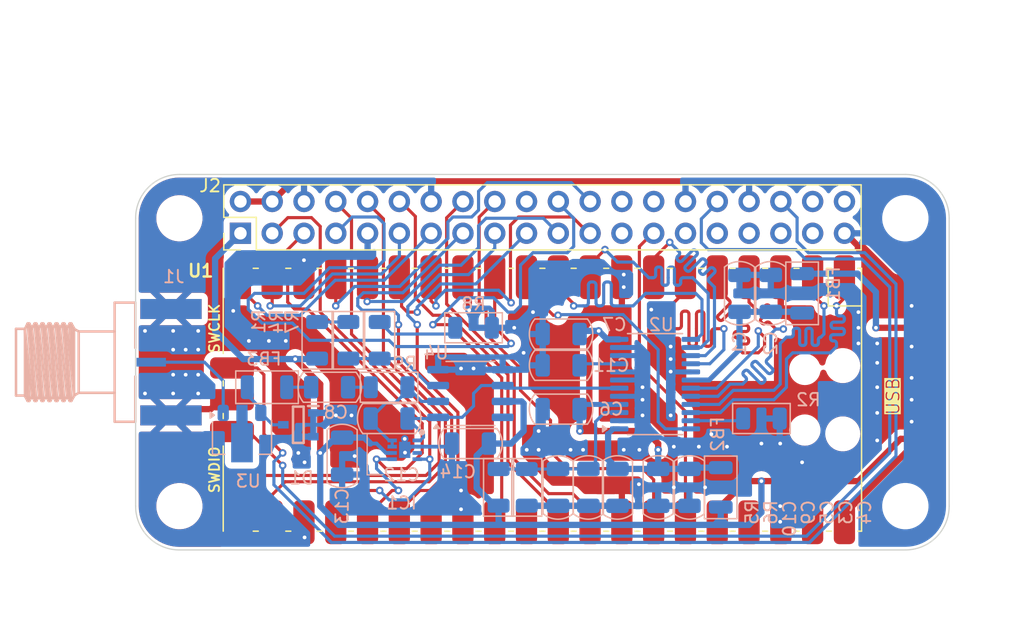
<source format=kicad_pcb>
(kicad_pcb (version 20240108) (generator "pcbnew") (generator_version "8.0")
  (layers (0 "F.Cu" signal) (31 "B.Cu" signal) (34 "B.Paste" user) (35 "F.Paste" user) (36 "B.SilkS" user "B.Silkscreen") (37 "F.SilkS" user "F.Silkscreen") (38 "B.Mask" user) (39 "F.Mask" user) (44 "Edge.Cuts" user))
  (net 0 "")
  (net 1 "GNDA")
  (net 2 "Net-(C8-Pad1)")
  (net 3 "/vs")
  (net 4 "Net-(U2-VRM)")
  (net 5 "/vo")
  (net 6 "Net-(U3-B)")
  (net 7 "SDA")
  (net 8 "+3.3V")
  (net 10 "SCL")
  (net 11 "GPIO14")
  (net 12 "GPIO25")
  (net 13 "GPIO15")
  (net 15 "GPIO28_ADC2")
  (net 16 "+5V")
  (net 17 "ADC_VREF")
  (net 18 "GPIO24")
  (net 19 "SPI_MI")
  (net 20 "GPIO20")
  (net 22 "SPI_MO")
  (net 23 "GPIO9")
  (net 25 "GPIO21")
  (net 26 "GPIO27_ADC1")
  (net 28 "SPI_CLK")
  (net 29 "RX")
  (net 31 "TX")
  (net 33 "SPI_CS")
  (net 34 "GPIO26_ADC0")
  (net 36 "GPIO22")
  (net 37 "Net-(R1-Pad1)")
  (net 38 "Net-(U2-PD)")
  (net 39 "ADC_CLK")
  (net 40 "Net-(U4-+)")
  (net 41 "Net-(R7-Pad1)")
  (net 43 "GPIO2")
  (net 44 "GPIO7")
  (net 45 "GPIO5")
  (net 46 "GPIO3")
  (net 48 "GPIO1")
  (net 49 "GPIO6")
  (net 50 "GPIO0")
  (net 52 "GPIO4")
  (net 55 "Net-(J1-In)")
  (net 56 "Net-(IC1-H)")
  (net 57 "/DRVD")
  (net 58 "/VA")
  (net 59 "/VRT")
  (net 63 "unconnected-(J2-Pin_20-Pad20)")
  (footprint "Connector_PinHeader_2.54mm:PinHeader_2x20_P2.54mm_Vertical" (layer "F.Cu") (at 105.625 65.95 90)
    (property "Reference" "J2")
    (property "Value" "Conn_02x20_Odd_Even")
  )
  (footprint "MountingHole:MountingHole_3.2mm_M3" (layer "F.Cu") (at 158.75 87.75)
    (property "Reference" "REF**" (hide yes))
    (property "Value" "MountingHole_3.2mm_M3")
  )
  (footprint "MountingHole:MountingHole_3.2mm_M3" (layer "F.Cu") (at 100.75 87.75)
    (property "Reference" "REF**" (hide yes))
    (property "Value" "MountingHole_3.2mm_M3")
  )
  (footprint "ICTAMKY_V8:RPi_Pico_SMD" (layer "F.Cu") (at 129.75 79.25 -90)
    (property "Reference" "U1")
    (property "Value" "Pico")
  )
  (footprint "MountingHole:MountingHole_3.2mm_M3" (layer "F.Cu") (at 158.75 64.75)
    (property "Reference" "REF**" (hide yes))
    (property "Value" "MountingHole_3.2mm_M3")
  )
  (footprint "MountingHole:MountingHole_3.2mm_M3" (layer "F.Cu") (at 100.75 64.75)
    (property "Reference" "REF**" (hide yes))
    (property "Value" "MountingHole_3.2mm_M3")
  )
  (footprint "Inductor_SMD_AKL:L_1206_3216Metric" (layer "B.Cu") (at 107.75 78.25)
    (property "Reference" "FB3")
    (property "Value" "FerriteBead_Small" (hide yes))
  )
  (footprint "Capacitor_SMD_AKL:C_1206_3216Metric" (layer "B.Cu") (at 113.75 83.75 90)
    (property "Reference" "C13")
    (property "Value" "100nF" (hide yes))
  )
  (footprint "Capacitor_SMD_AKL:C_1206_3216Metric" (layer "B.Cu") (at 133.4225 86.25 -90)
    (property "Reference" "C9")
    (property "Value" "1uF" (hide yes))
  )
  (footprint "Capacitor_SMD_AKL:C_1206_3216Metric" (layer "B.Cu") (at 141.5 86.25 -90)
    (property "Reference" "C4")
    (property "Value" "22uF" (hide yes))
  )
  (footprint "Resistor_SMD_AKL:R_1206_3216Metric" (layer "B.Cu") (at 126.25 86.25 90)
    (property "Reference" "R5")
    (property "Value" "110" (hide yes))
  )
  (footprint "SamacSys_Parts:SOT95P240X120-3N" (layer "B.Cu") (at 110.25 81.25 180)
    (property "Reference" "D1")
    (property "Value" "BAV99-7-F" (hide yes))
  )
  (footprint "Package_SO:SO-8_3.9x4.9mm_P1.27mm" (layer "B.Cu") (at 124 78.75)
    (property "Reference" "U4")
    (property "Value" "LTC6228xS8")
  )
  (footprint "Package_SO:TSSOP-24_4.4x7.8mm_P0.65mm" (layer "B.Cu") (at 138.75 78)
    (property "Reference" "U2")
    (property "Value" "ADC08100CIMTCX/NOPB(TSSOP-24)")
  )
  (footprint "Capacitor_SMD_AKL:C_1206_3216Metric" (layer "B.Cu") (at 131.25 76.5 180)
    (property "Reference" "C11")
    (property "Value" "100nF" (hide yes))
  )
  (footprint "Capacitor_SMD_AKL:C_1206_3216Metric" (layer "B.Cu") (at 131.25 74 180)
    (property "Reference" "C7")
    (property "Value" "100nF" (hide yes))
  )
  (footprint "Resistor_SMD_AKL:R_1206_3216Metric" (layer "B.Cu") (at 124.25 73.5 180)
    (property "Reference" "R8")
    (property "Value" "56" (hide yes))
  )
  (footprint "Resistor_SMD_AKL:R_1206_3216Metric" (layer "B.Cu") (at 147.25 80.75)
    (property "Reference" "R2")
    (property "Value" "10K" (hide yes))
  )
  (footprint "Capacitor_SMD_AKL:C_1206_3216Metric" (layer "B.Cu") (at 148 70.75 90)
    (property "Reference" "C2")
    (property "Value" "100nF" (hide yes))
  )
  (footprint "Capacitor_SMD_AKL:C_1206_3216Metric" (layer "B.Cu") (at 112.75 78.25)
    (property "Reference" "C8")
    (property "Value" "1uF" (hide yes))
  )
  (footprint "Resistor_SMD_AKL:R_1206_3216Metric" (layer "B.Cu") (at 116.75 74.5 -90)
    (property "Reference" "R7")
    (property "Value" "110" (hide yes))
  )
  (footprint "Capacitor_SMD_AKL:C_1206_3216Metric" (layer "B.Cu") (at 131.25 80 180)
    (property "Reference" "C6")
    (property "Value" "100nF" (hide yes))
  )
  (footprint "Resistor_SMD_AKL:R_1206_3216Metric" (layer "B.Cu") (at 117.5 78.25 180)
    (property "Reference" "R9")
    (property "Value" "1K" (hide yes))
  )
  (footprint "Resistor_SMD_AKL:R_1206_3216Metric" (layer "B.Cu") (at 114.25 74.5 90)
    (property "Reference" "R4")
    (property "Value" "220" (hide yes))
  )
  (footprint "ICTAMKY_V8:AMPHENOL_132357-11" (layer "B.Cu") (at 98.5 76.25)
    (property "Reference" "J1")
    (property "Value" "Conn_Coaxial" (hide yes))
  )
  (footprint "Capacitor_SMD_AKL:C_1206_3216Metric" (layer "B.Cu") (at 145.5 70.75 90)
    (property "Reference" "C1")
    (property "Value" "22uF" (hide yes))
  )
  (footprint "Resistor_SMD_AKL:R_1206_3216Metric" (layer "B.Cu") (at 128.5 86.25 90)
    (property "Reference" "R6")
    (property "Value" "220" (hide yes))
  )
  (footprint "Inductor_SMD_AKL:L_1206_3216Metric" (layer "B.Cu") (at 144 86.25 90)
    (property "Reference" "FB2")
    (property "Value" "FerriteBead_Small" (hide yes))
  )
  (footprint "Capacitor_SMD_AKL:C_1206_3216Metric" (layer "B.Cu") (at 131 86.25 -90)
    (property "Reference" "C10")
    (property "Value" "100nF" (hide yes))
  )
  (footprint "Package_TO_SOT_SMD:SOT-89-3" (layer "B.Cu") (at 105.75 82.25 -90)
    (property "Reference" "U3")
    (property "Value" "MD0100N8-G")
  )
  (footprint "Capacitor_SMD_AKL:C_1206_3216Metric" (layer "B.Cu") (at 135.75 86.25 -90)
    (property "Reference" "C5")
    (property "Value" "100nF" (hide yes))
  )
  (footprint "Inductor_SMD_AKL:L_1206_3216Metric" (layer "B.Cu") (at 150.5 70.75 -90)
    (property "Reference" "FB1")
    (property "Value" "FerriteBead_Small" (hide yes))
  )
  (footprint "Resistor_SMD_AKL:R_1206_3216Metric" (layer "B.Cu") (at 111.75 74.5 -90)
    (property "Reference" "R1")
    (property "Value" "110" (hide yes))
  )
  (footprint "Capacitor_SMD_AKL:C_1206_3216Metric" (layer "B.Cu") (at 117.5 80.75)
    (property "Reference" "C12")
    (property "Value" "33pF" (hide yes))
  )
  (footprint "Capacitor_SMD_AKL:C_1206_3216Metric" (layer "B.Cu") (at 124 82.75)
    (property "Reference" "C14")
    (property "Value" "100nF" (hide yes))
  )
  (footprint "Capacitor_SMD_AKL:C_1206_3216Metric" (layer "B.Cu") (at 139 86.25 -90)
    (property "Reference" "C3")
    (property "Value" "22uF" (hide yes))
  )
  (footprint "SamacSys_Parts:SON50P200X200X80-9N-D" (layer "B.Cu") (at 118.75 83.25 180)
    (property "Reference" "IC1")
    (property "Value" "MAX5395LATA+T" (hide yes))
  )
  (gr_line (start 115.75 85.25) (end 115.75 82) (stroke (width 0.1)) (layer "B.SilkS"))
  (gr_line (start 117 85.25) (end 115.75 85.25) (stroke (width 0.1)) (layer "B.SilkS"))
  (gr_arc (start 162.249999 87.749999) (mid 161.224873 90.224873) (end 158.75 91.249999) (stroke (width 0.1)) (layer "Edge.Cuts"))
  (gr_line (start 158.75 91.25) (end 100.75 91.25) (stroke (width 0.1)) (layer "Edge.Cuts"))
  (gr_line (start 97.25 87.75) (end 97.25 64.75) (stroke (width 0.1)) (layer "Edge.Cuts"))
  (gr_arc (start 158.749999 61.250001) (mid 161.224873 62.275127) (end 162.249999 64.75) (stroke (width 0.1)) (layer "Edge.Cuts"))
  (gr_arc (start 97.250001 64.75) (mid 98.275127 62.275126) (end 100.75 61.25) (stroke (width 0.1)) (layer "Edge.Cuts"))
  (gr_line (start 100.75 61.25) (end 158.75 61.25) (stroke (width 0.1)) (layer "Edge.Cuts"))
  (gr_arc (start 100.750001 91.249999) (mid 98.275127 90.224873) (end 97.250001 87.75) (stroke (width 0.1)) (layer "Edge.Cuts"))
  (gr_line (start 162.25 64.75) (end 162.25 87.75) (stroke (width 0.1)) (layer "Edge.Cuts"))
  (gr_text "USB" (at 158.35 80.55 90) (layer "F.SilkS" knockout) (effects (font (size 1 1) (thickness 0.1)) (justify left bottom)))
  (segment (start 136.1 88.14) (end 136.1 89.411702) (width 0.5) (layer "F.Cu") (net 1))
  (segment (start 153.885 65.95) (end 153.95 65.95) (width 0.5) (layer "F.Cu") (net 1))
  (segment (start 123.875 72.075) (end 123.875 70.835) (width 0.5) (layer "F.Cu") (net 1))
  (segment (start 148.8 70.36) (end 148.8 71.8) (width 0.5) (layer "F.Cu") (net 1))
  (segment (start 105.85 79.25) (end 104 79.25) (width 0.5) (layer "F.Cu") (net 1))
  (segment (start 148.8 71.8) (end 149.45 72.45) (width 0.5) (layer "F.Cu") (net 1))
  (segment (start 103.25 80) (end 100.575 80) (width 0.5) (layer "F.Cu") (net 1))
  (segment (start 153.95 65.95) (end 155.5 67.5) (width 0.5) (layer "F.Cu") (net 1))
  (segment (start 104 79.25) (end 103.25 80) (width 0.5) (layer "F.Cu") (net 1))
  (segment (start 123.875 70.835) (end 123.4 70.36) (width 0.5) (layer "F.Cu") (net 1))
  (segment (start 123.9 72.1) (end 123.875 72.075) (width 0.5) (layer "F.Cu") (net 1))
  (segment (start 100.575 80) (end 100.075 80.5) (width 0.5) (layer "F.Cu") (net 1))
  (via (at 143.25 82) (size 0.6) (drill 0.3) (layers "F.Cu" "B.Cu") (net 1))
  (via (at 155 73.5) (size 0.6) (drill 0.3) (layers "F.Cu" "B.Cu") (net 1))
  (via (at 136.25 70.25) (size 0.6) (drill 0.3) (layers "F.Cu" "B.Cu") (net 1))
  (via (at 150.5 84.25) (size 0.6) (drill 0.3) (layers "F.Cu" "B.Cu") (net 1))
  (via (at 110.75 90.25) (size 0.6) (drill 0.3) (layers "F.Cu" "B.Cu") (net 1))
  (via (at 107.9 74.55) (size 0.6) (drill 0.3) (layers "F.Cu" "B.Cu") (net 1))
  (via (at 101.25 77.25) (size 0.6) (drill 0.3) (layers "F.Cu" "B.Cu") (net 1))
  (via (at 114.5 80.5) (size 0.6) (drill 0.3) (layers "F.Cu" "B.Cu") (net 1))
  (via (at 124.25 76.75) (size 0.6) (drill 0.3) (layers "F.Cu" "B.Cu") (net 1))
  (via (at 110.7 68.1) (size 0.6) (drill 0.3) (layers "F.Cu" "B.Cu") (net 1))
  (via (at 100.25 78.75) (size 0.6) (drill 0.3) (layers "F.Cu" "B.Cu") (net 1))
  (via (at 123.25 86.5) (size 0.6) (drill 0.3) (layers "F.Cu" "B.Cu") (net 1))
  (via (at 118.775 83.475) (size 0.6) (drill 0.3) (layers "F.Cu" "B.Cu") (net 1))
  (via (at 138.45 72.05) (size 0.6) (drill 0.3) (layers "F.Cu" "B.Cu") (net 1))
  (via (at 100.25 73.75) (size 0.6) (drill 0.3) (layers "F.Cu" "B.Cu") (net 1))
  (via (at 140.25 83) (size 0.6) (drill 0.3) (layers "F.Cu" "B.Cu") (net 1))
  (via (at 137.75 78.25) (size 0.6) (drill 0.3) (layers "F.Cu" "B.Cu") (net 1))
  (via (at 159.25 71.75) (size 0.6) (drill 0.3) (layers "F.Cu" "B.Cu") (net 1))
  (via (at 159.25 77.5) (size 0.6) (drill 0.3) (layers "F.Cu" "B.Cu") (net 1))
  (via (at 156.5 78.25) (size 0.6) (drill 0.3) (layers "F.Cu" "B.Cu") (net 1))
  (via (at 110.75 84.25) (size 0.6) (drill 0.3) (layers "F.Cu" "B.Cu") (net 1))
  (via (at 129 72.25) (size 0.6) (drill 0.3) (layers "F.Cu" "B.Cu") (net 1))
  (via (at 137.75 79.25) (size 0.6) (drill 0.3) (layers "F.Cu" "B.Cu") (net 1))
  (via (at 129.45 83.25) (size 0.6) (drill 0.3) (layers "F.Cu" "B.Cu") (net 1))
  (via (at 148.75 87.75) (size 0.6) (drill 0.3) (layers "F.Cu" "B.Cu") (net 1))
  (via (at 110.25 83.5) (size 0.6) (drill 0.3) (layers "F.Cu" "B.Cu") (net 1))
  (via (at 128.5 83.25) (size 0.6) (drill 0.3) (layers "F.Cu" "B.Cu") (net 1))
  (via (at 137.4625 86) (size 0.6) (drill 0.3) (layers "F.Cu" "B.Cu") (net 1))
  (via (at 105.05 72.15) (size 0.6) (drill 0.3) (layers "F.Cu" "B.Cu") (net 1))
  (via (at 123.9 72.1) (size 0.6) (drill 0.3) (layers "F.Cu" "B.Cu") (net 1))
  (via (at 159.25 81) (size 0.6) (drill 0.3) (layers "F.Cu" "B.Cu") (net 1))
  (via (at 156.5 74.75) (size 0.6) (drill 0.3) (layers "F.Cu" "B.Cu") (net 1))
  (via (at 140 76) (size 0.6) (drill 0.3) (layers "F.Cu" "B.Cu") (net 1))
  (via (at 133 83.25) (size 0.6) (drill 0.3) (layers "F.Cu" "B.Cu") (net 1))
  (via (at 156.5 76.3) (size 0.6) (drill 0.3) (layers "F.Cu" "B.Cu") (net 1))
  (via (at 106.3 74.55) (size 0.6) (drill 0.3) (layers "F.Cu" "B.Cu") (net 1))
  (via (at 159.25 75) (size 0.6) (drill 0.3) (layers "F.Cu" "B.Cu") (net 1))
  (via (at 148.75 82.75) (size 0.6) (drill 0.3) (layers "F.Cu" "B.Cu") (net 1))
  (via (at 137.75 80.5) (size 0.6) (drill 0.3) (layers "F.Cu" "B.Cu") (net 1))
  (via (at 142.75 86.25) (size 0.6) (drill 0.3) (layers "F.Cu" "B.Cu") (net 1))
  (via (at 101.25 75.25) (size 0.6) (drill 0.3) (layers "F.Cu" "B.Cu") (net 1))
  (via (at 113.25 80.5) (size 0.6) (drill 0.3) (layers "F.Cu" "B.Cu") (net 1))
  (via (at 129.45 81.75) (size 0.6) (drill 0.3) (layers "F.Cu" "B.Cu") (net 1))
  (via (at 102.25 75.25) (size 0.6) (drill 0.3) (layers "F.Cu" "B.Cu") (net 1))
  (via (at 140 75) (size 0.6) (drill 0.3) (layers "F.Cu" "B.Cu") (net 1))
  (via (at 140 80.5) (size 0.6) (drill 0.3) (layers "F.Cu" "B.Cu") (net 1))
  (via (at 156.5 82.5) (size 0.6) (drill 0.3) (layers "F.Cu" "B.Cu") (net 1))
  (via (at 127.5 73.5) (size 0.6) (drill 0.3) (layers "F.Cu" "B.Cu") (net 1))
  (via (at 100.25 77.25) (size 0.6) (drill 0.3) (layers "F.Cu" "B.Cu") (net 1))
  (via (at 155 74.75) (size 0.6) (drill 0.3) (layers "F.Cu" "B.Cu") (net 1))
  (via (at 132 83.25) (size 0.6) (drill 0.3) (layers "F.Cu" "B.Cu") (net 1))
  (via (at 128.25 75.5) (size 0.6) (drill 0.3) (layers "F.Cu" "B.Cu") (net 1))
  (via (at 102.25 78.75) (size 0.6) (drill 0.3) (layers "F.Cu" "B.Cu") (net 1))
  (via (at 140.25 86.25) (size 0.6) (drill 0.3) (layers "F.Cu" "B.Cu") (net 1))
  (via (at 140 77) (size 0.6) (drill 0.3) (layers "F.Cu" "B.Cu") (net 1))
  (via (at 98 73.75) (size 0.6) (drill 0.3) (layers "F.Cu" "B.Cu") (net 1))
  (via (at 109.25 74.55) (size 0.6) (drill 0.3) (layers "F.Cu" "B.Cu") (net 1))
  (via (at 142.25 83) (size 0.6) (drill 0.3) (layers "F.Cu" "B.Cu") (net 1))
  (via (at 148.75 89) (size 0.6) (drill 0.3) (layers "F.Cu" "B.Cu") (net 1))
  (via (at 100.25 75.25) (size 0.6) (drill 0.3) (layers "F.Cu" "B.Cu") (net 1))
  (via (at 147.25 82.75) (size 0.6) (drill 0.3) (layers "F.Cu" "B.Cu") (net 1))
  (via (at 136.25 83.25) (size 0.6) (drill 0.3) (layers "F.Cu" "B.Cu") (net 1))
  (via (at 137.5 83.25) (size 0.6) (drill 0.3) (layers "F.Cu" "B.Cu") (net 1))
  (via (at 156.5 80.3) (size 0.6) (drill 0.3) (layers "F.Cu" "B.Cu") (net 1))
  (via (at 144.5 83) (size 0.6) (drill 0.3) (layers "F.Cu" "B.Cu") (net 1))
  (via (at 123.25 76.75) (size 0.6) (drill 0.3) (layers "F.Cu" "B.Cu") (net 1))
  (via (at 102.25 73.75) (size 0.6) (drill 0.3) (layers "F.Cu" "B.Cu") (net 1))
  (via (at 98 78.75) (size 0.6) (drill 0.3) (layers "F.Cu" "B.Cu") (net 1))
  (via (at 136.25 69.25) (size 0.6) (drill 0.3) (layers "F.Cu" "B.Cu") (net 1))
  (via (at 102.25 77.25) (size 0.6) (drill 0.3) (layers "F.Cu" "B.Cu") (net 1))
  (via (at 159.25 79.25) (size 0.6) (drill 0.3) (layers "F.Cu" "B.Cu") (net 1))
  (via (at 118.75 82.375) (size 0.6) (drill 0.3) (layers "F.Cu" "B.Cu") (net 1))
  (via (at 155 72.25) (size 0.6) (drill 0.3) (layers "F.Cu" "B.Cu") (net 1))
  (via (at 114.75 83.75) (size 0.6) (drill 0.3) (layers "F.Cu" "B.Cu") (net 1))
  (via (at 123.25 88) (size 0.6) (drill 0.3) (layers "F.Cu" "B.Cu") (net 1))
  (segment (start 137.575 75.075) (end 137.75 75.25) (width 0.5) (layer "B.Cu") (net 1))
  (segment (start 137.725 77.025) (end 137.75 77) (width 0.5) (layer "B.Cu") (net 1))
  (segment (start 119.25 83) (end 119.75 83) (width 0.3) (layer "B.Cu") (net 1))
  (segment (start 128.5 87.7125) (end 128.5125 87.725) (width 0.5) (layer "B.Cu") (net 1))
  (segment (start 137.75 79.75) (end 137.75 80.5) (width 0.5) (layer "B.Cu") (net 1))
  (segment (start 125.7125 73.5) (end 125.9625 73.75) (width 0.5) (layer "B.Cu") (net 1))
  (segment (start 137.4625 87.725) (end 139 87.725) (width 0.5) (layer "B.Cu") (net 1))
  (segment (start 122.275 83) (end 119.75 83) (width 0.3) (layer "B.Cu") (net 1))
  (segment (start 137.675 80.925) (end 137.75 81) (width 0.5) (layer "B.Cu") (net 1))
  (segment (start 135.8875 77.025) (end 137.725 77.025) (width 0.4) (layer "B.Cu") (net 1))
  (segment (start 137.725 75.725) (end 137.75 75.75) (width 0.5) (layer "B.Cu") (net 1))
  (segment (start 140.025 77.025) (end 140 77) (width 0.5) (layer "B.Cu") (net 1))
  (segment (start 137.575 77.675) (end 137.75 77.5) (width 0.5) (layer "B.Cu") (net 1))
  (segment (start 135.8875 78.975) (end 137.725 78.975) (width 0.4) (layer "B.Cu") (net 1))
  (segment (start 129.45 81.75) (end 129.45 80.325) (width 0.5) (layer "B.Cu") (net 1))
  (segment (start 122.525 82.75) (end 122.275 83) (width 0.3) (layer "B.Cu") (net 1))
  (segment (start 140.25 77) (end 140 77) (width 0.4) (layer "B.Cu") (net 1))
  (segment (start 135.8875 75.725) (end 137.725 75.725) (width 0.4) (layer "B.Cu") (net 1))
  (segment (start 135.8875 75.075) (end 137.575 75.075) (width 0.4) (layer "B.Cu") (net 1))
  (segment (start 137.75 77.5) (end 137.75 78.25) (width 0.5) (layer "B.Cu") (net 1))
  (segment (start 141.6125 77.025) (end 140.025 77.025) (width 0.4) (layer "B.Cu") (net 1))
  (segment (start 128.5125 87.725) (end 131 87.725) (width 0.5) (layer "B.Cu") (net 1))
  (segment (start 137.75 79) (end 137.75 79.75) (width 0.5) (layer "B.Cu") (net 1))
  (segment (start 129.525 73.75) (end 129.775 74) (width 0.5) (layer "B.Cu") (net 1))
  (segment (start 137.75 80.5) (end 137.75 81) (width 0.5) (layer "B.Cu") (net 1))
  (segment (start 137.75 75.25) (end 137.75 75.75) (width 0.5) (layer "B.Cu") (net 1))
  (segment (start 137.75 75.75) (end 137.75 77) (width 0.5) (layer "B.Cu") (net 1))
  (segment (start 137.4625 86.7125) (end 137.4625 86) (width 0.5) (layer "B.Cu") (net 1))
  (segment (start 139 87.725) (end 141.5 87.725) (width 0.5) (layer "B.Cu") (net 1))
  (segment (start 129.775 74) (end 129.775 76.5) (width 0.5) (layer "B.Cu") (net 1))
  (segment (start 135.8875 80.925) (end 137.675 80.925) (width 0.4) (layer "B.Cu") (net 1))
  (segment (start 137.4625 87.725) (end 131 87.725) (width 0.5) (layer "B.Cu") (net 1))
  (segment (start 118.775 83.475) (end 118.75 83.45) (width 0.3) (layer "B.Cu") (net 1))
  (segment (start 137.5 86.75) (end 137.4625 86.7125) (width 0.5) (layer "B.Cu") (net 1))
  (segment (start 118.75 83.45) (end 118.75 83.25) (width 0.3) (layer "B.Cu") (net 1))
  (segment (start 137.725 78.975) (end 137.75 79) (width 0.5) (layer "B.Cu") (net 1))
  (segment (start 129.43 76.845) (end 129.775 76.5) (width 0.5) (layer "B.Cu") (net 1))
  (segment (start 118.775 83.475) (end 119.25 83) (width 0.3) (layer "B.Cu") (net 1))
  (segment (start 137.75 77) (end 137.75 77.5) (width 0.5) (layer "B.Cu") (net 1))
  (segment (start 137.75 78.25) (end 137.75 79) (width 0.5) (layer "B.Cu") (net 1))
  (segment (start 137.5 86.75) (end 137.4625 86.7875) (width 0.5) (layer "B.Cu") (net 1))
  (segment (start 129.45 80.325) (end 129.775 80) (width 0.5) (layer "B.Cu") (net 1))
  (segment (start 135.8875 77.675) (end 137.575 77.675) (width 0.4) (layer "B.Cu") (net 1))
  (segment (start 137.4625 86.7875) (end 137.4625 87.725) (width 0.5) (layer "B.Cu") (net 1))
  (segment (start 109.325 78.25) (end 111.275 78.25) (width 0.25) (layer "B.Cu") (net 2))
  (segment (start 114.225 78.25) (end 116.0375 78.25) (width 0.25) (layer "B.Cu") (net 3))
  (segment (start 135.8875 76.375) (end 132.85 76.375) (width 0.25) (layer "B.Cu") (net 4))
  (segment (start 132.85 76.375) (end 132.725 76.5) (width 0.25) (layer "B.Cu") (net 4))
  (segment (start 124.25 78.75) (end 124.885 78.115) (width 0.25) (layer "B.Cu") (net 5))
  (segment (start 135.8875 78.325) (end 126.785 78.325) (width 0.25) (layer "B.Cu") (net 5))
  (segment (start 123.345 80.655) (end 124.25 79.75) (width 0.25) (layer "B.Cu") (net 5))
  (segment (start 126.785 78.325) (end 126.575 78.115) (width 0.25) (layer "B.Cu") (net 5))
  (segment (start 120.25 82.25) (end 120.25 82.025) (width 0.25) (layer "B.Cu") (net 5))
  (segment (start 119.75 82.5) (end 120 82.5) (width 0.25) (layer "B.Cu") (net 5))
  (segment (start 120.25 82.025) (end 118.975 80.75) (width 0.25) (layer "B.Cu") (net 5))
  (segment (start 121.425 80.655) (end 123.345 80.655) (width 0.25) (layer "B.Cu") (net 5))
  (segment (start 121.33 80.75) (end 118.975 80.75) (width 0.25) (layer "B.Cu") (net 5))
  (segment (start 124.885 78.115) (end 126.575 78.115) (width 0.25) (layer "B.Cu") (net 5))
  (segment (start 121.425 80.655) (end 121.33 80.75) (width 0.25) (layer "B.Cu") (net 5))
  (segment (start 124.25 79.75) (end 124.25 78.75) (width 0.25) (layer "B.Cu") (net 5))
  (segment (start 120 82.5) (end 120.25 82.25) (width 0.25) (layer "B.Cu") (net 5))
  (segment (start 107.25 80.3) (end 107.25 79.95) (width 0.25) (layer "B.Cu") (net 6))
  (segment (start 109.05 81.25) (end 108.2 81.25) (width 0.25) (layer "B.Cu") (net 6))
  (segment (start 108.2 81.25) (end 107.25 80.3) (width 0.25) (layer "B.Cu") (net 6))
  (segment (start 107.25 79.95) (end 106.175 78.875) (width 0.25) (layer "B.Cu") (net 6))
  (segment (start 106.175 78.875) (end 106.175 78.25) (width 0.25) (layer "B.Cu") (net 6))
  (segment (start 116.75 86.5) (end 113.6 86.5) (width 0.25) (layer "F.Cu") (net 7))
  (segment (start 111.3 64.7) (end 109.415 64.7) (width 0.25) (layer "F.Cu") (net 7))
  (segment (start 112 65.4) (end 111.3 64.7) (width 0.25) (layer "F.Cu") (net 7))
  (segment (start 112 72.25) (end 112 65.4) (width 0.25) (layer "F.Cu") (net 7))
  (segment (start 120.75 81) (end 112 72.25) (width 0.25) (layer "F.Cu") (net 7))
  (segment (start 120.75 84) (end 120.75 81) (width 0.25) (layer "F.Cu") (net 7))
  (segment (start 113.24 86.86) (end 113.24 88.14) (width 0.25) (layer "F.Cu") (net 7))
  (segment (start 113.6 86.5) (end 113.24 86.86) (width 0.25) (layer "F.Cu") (net 7))
  (segment (start 109.415 64.7) (end 108.165 65.95) (width 0.25) (layer "F.Cu") (net 7))
  (via (at 116.75 86.5) (size 0.6) (drill 0.3) (layers "F.Cu" "B.Cu") (net 7))
  (via (at 120.75 84) (size 0.6) (drill 0.3) (layers "F.Cu" "B.Cu") (net 7))
  (segment (start 119 87.25) (end 120.75 85.5) (width 0.25) (layer "B.Cu") (net 7))
  (segment (start 116.75 86.5) (end 117.5 87.25) (width 0.25) (layer "B.Cu") (net 7))
  (segment (start 120.75 84) (end 119.75 84) (width 0.25) (layer "B.Cu") (net 7))
  (segment (start 120.75 85.5) (end 120.75 84) (width 0.25) (layer "B.Cu") (net 7))
  (segment (start 117.5 87.25) (end 119 87.25) (width 0.25) (layer "B.Cu") (net 7))
  (segment (start 155 85.75) (end 158.375 82.375) (width 0.5) (layer "F.Cu") (net 8))
  (segment (start 112 83.5) (end 112 78) (width 0.5) (layer "F.Cu") (net 8))
  (segment (start 160.5 74.5) (end 159.5 73.5) (width 0.5) (layer "F.Cu") (net 8))
  (segment (start 143.72 88.03) (end 143.72 88.14) (width 0.5) (layer "F.Cu") (net 8))
  (segment (start 160.125 82.375) (end 160.5 82) (width 0.5) (layer "F.Cu") (net 8))
  (segment (start 159.5 73.5) (end 156.4 73.5) (width 0.5) (layer "F.Cu") (net 8))
  (segment (start 158.375 82.375) (end 160.125 82.375) (width 0.5) (layer "F.Cu") (net 8))
  (segment (start 160.5 82) (end 160.5 74.5) (width 0.5) (layer "F.Cu") (net 8))
  (segment (start 112 78) (end 110 76) (width 0.5) (layer "F.Cu") (net 8))
  (segment (start 146 85.75) (end 143.72 88.03) (width 0.5) (layer "F.Cu") (net 8))
  (segment (start 147.25 85.75) (end 155 85.75) (width 0.5) (layer "F.Cu") (net 8))
  (segment (start 147.25 85.75) (end 146 85.75) (width 0.5) (layer "F.Cu") (net 8))
  (via (at 147.25 85.75) (size 0.6) (drill 0.3) (layers "F.Cu" "B.Cu") (net 8))
  (via (at 112 83.5) (size 0.6) (drill 0.3) (layers "F.Cu" "B.Cu") (net 8))
  (via (at 110 76) (size 0.6) (drill 0.3) (layers "F.Cu" "B.Cu") (net 8))
  (via (at 156.4 73.5) (size 0.6) (drill 0.3) (layers "F.Cu" "B.Cu") (net 8))
  (segment (start 127.25 82.75) (end 125.475 82.75) (width 0.5) (layer "B.Cu") (net 8))
  (segment (start 113.5 89.25) (end 126.5 89.25) (width 0.5) (layer "B.Cu") (net 8))
  (segment (start 117.25 83.5) (end 117.75 83.5) (width 0.3) (layer "B.Cu") (net 8))
  (segment (start 125.925 87.7125) (end 124.5 86.2875) (width 0.5) (layer "B.Cu") (net 8))
  (segment (start 124.5 86.2875) (end 124.5 86.25) (width 0.5) (layer "B.Cu") (net 8))
  (segment (start 126.5 89.25) (end 126.25 89) (width 0.5) (layer "B.Cu") (net 8))
  (segment (start 111.7125 76) (end 111.75 75.9625) (width 0.5) (layer "B.Cu") (net 8))
  (segment (start 128.25 81.75) (end 127.25 82.75) (width 0.5) (layer "B.Cu") (net 8))
  (segment (start 154.925 69.175) (end 150.5 69.175) (width 0.5) (layer "B.Cu") (net 8))
  (segment (start 112 83.5) (end 112 87.75) (width 0.5) (layer "B.Cu") (net 8))
  (segment (start 103.6 67.975) (end 103.6 73.75) (width 0.5) (layer "B.Cu") (net 8))
  (segment (start 144 88.75) (end 144 89.25) (width 0.5) (layer "B.Cu") (net 8))
  (segment (start 105.85 76) (end 110 76) (width 0.5) (layer "B.Cu") (net 8))
  (segment (start 110 76) (end 111.7125 76) (width 0.5) (layer "B.Cu") (net 8))
  (segment (start 105.625 65.95) (end 103.6 67.975) (width 0.5) (layer "B.Cu") (net 8))
  (segment (start 144.5 89.25) (end 144 89.25) (width 0.5) (layer "B.Cu") (net 8))
  (segment (start 112 83.5) (end 113.225 82.275) (width 0.5) (layer "B.Cu") (net 8))
  (segment (start 147.25 85.75) (end 147.25 88.25) (width 0.5) (layer "B.Cu") (net 8))
  (segment (start 128.25 79.55) (end 128.25 81.75) (width 0.5) (layer "B.Cu") (net 8))
  (segment (start 103.6 73.75) (end 105.85 76) (width 0.5) (layer "B.Cu") (net 8))
  (segment (start 147.25 88.25) (end 146.25 89.25) (width 0.5) (layer "B.Cu") (net 8))
  (segment (start 124.5 83.725) (end 125.475 82.75) (width 0.5) (layer "B.Cu") (net 8))
  (segment (start 116 82.75) (end 116.5 82.75) (width 0.3) (layer "B.Cu") (net 8))
  (segment (start 115.525 82.275) (end 113.75 82.275) (width 0.5) (layer "B.Cu") (net 8))
  (segment (start 112 87.75) (end 113.5 89.25) (width 0.5) (layer "B.Cu") (net 8))
  (segment (start 144 88.75) (end 143.5 89.25) (width 0.5) (layer "B.Cu") (net 8))
  (segment (start 126.25 89) (end 126.25 87.7125) (width 0.5) (layer "B.Cu") (net 8))
  (segment (start 113.225 82.275) (end 113.75 82.275) (width 0.5) (layer "B.Cu") (net 8))
  (segment (start 128.085 79.385) (end 128.25 79.55) (width 0.5) (layer "B.Cu") (net 8))
  (segment (start 126.25 87.7125) (end 125.925 87.7125) (width 0.5) (layer "B.Cu") (net 8))
  (segment (start 144 88.75) (end 144.5 89.25) (width 0.5) (layer "B.Cu") (net 8))
  (segment (start 143.5 89.25) (end 126.5 89.25) (width 0.5) (layer "B.Cu") (net 8))
  (segment (start 144 89.25) (end 143.5 89.25) (width 0.5) (layer "B.Cu") (net 8))
  (segment (start 156.4 73.5) (end 156.4 70.65) (width 0.5) (layer "B.Cu") (net 8))
  (segment (start 116.5 82.75) (end 117.25 83.5) (width 0.3) (layer "B.Cu") (net 8))
  (segment (start 146.25 89.25) (end 144.5 89.25) (width 0.5) (layer "B.Cu") (net 8))
  (segment (start 124.5 86.25) (end 124.5 83.725) (width 0.5) (layer "B.Cu") (net 8))
  (segment (start 144 87.825) (end 144 88.75) (width 0.5) (layer "B.Cu") (net 8))
  (segment (start 116 82.75) (end 115.525 82.275) (width 0.5) (layer "B.Cu") (net 8))
  (segment (start 156.4 70.65) (end 154.925 69.175) (width 0.5) (layer "B.Cu") (net 8))
  (segment (start 126.575 79.385) (end 128.085 79.385) (width 0.5) (layer "B.Cu") (net 8))
  (segment (start 117.25 84.75) (end 118.9 84.75) (width 0.25) (layer "F.Cu") (net 10))
  (segment (start 117.75 86.5) (end 116.11 88.14) (width 0.25) (layer "F.Cu") (net 10))
  (segment (start 116.11 88.14) (end 115.78 88.14) (width 0.25) (layer "F.Cu") (net 10))
  (segment (start 109.4 67.255) (end 110.705 65.95) (width 0.25) (layer "F.Cu") (net 10))
  (segment (start 118.25 86.5) (end 117.75 86.5) (width 0.25) (layer "F.Cu") (net 10))
  (segment (start 120.15 81.15) (end 111 72) (width 0.25) (layer "F.Cu") (net 10))
  (segment (start 111 72) (end 109.95 72) (width 0.25) (layer "F.Cu") (net 10))
  (segment (start 109.4 71.45) (end 109.4 67.255) (width 0.25) (layer "F.Cu") (net 10))
  (segment (start 120.15 83.5) (end 120.15 81.15) (width 0.25) (layer "F.Cu") (net 10))
  (segment (start 116.5 84) (end 117.25 84.75) (width 0.25) (layer "F.Cu") (net 10))
  (segment (start 109.95 72) (end 109.4 71.45) (width 0.25) (layer "F.Cu") (net 10))
  (segment (start 118.9 84.75) (end 120.15 83.5) (width 0.25) (layer "F.Cu") (net 10))
  (via (at 116.5 84) (size 0.6) (drill 0.3) (layers "F.Cu" "B.Cu") (net 10))
  (via (at 118.25 86.5) (size 0.6) (drill 0.3) (layers "F.Cu" "B.Cu") (net 10))
  (segment (start 116.5 84.75) (end 116.5 84) (width 0.25) (layer "B.Cu") (net 10))
  (segment (start 116.5 84) (end 117.75 84) (width 0.25) (layer "B.Cu") (net 10))
  (segment (start 118.25 86.5) (end 116.5 84.75) (width 0.25) (layer "B.Cu") (net 10))
  (segment (start 108 71.75) (end 108.16 71.59) (width 0.25) (layer "F.Cu") (net 11))
  (segment (start 108.16 71.59) (end 108.16 70.36) (width 0.25) (layer "F.Cu") (net 11))
  (via (at 108 71.75) (size 0.6) (drill 0.3) (layers "F.Cu" "B.Cu") (net 11))
  (segment (start 116.9 69.2) (end 112.975 69.2) (width 0.25) (layer "B.Cu") (net 11))
  (segment (start 118.325 65.95) (end 118.325 67.775) (width 0.25) (layer "B.Cu") (net 11))
  (segment (start 118.325 67.775) (end 116.9 69.2) (width 0.25) (layer "B.Cu") (net 11))
  (segment (start 112.975 69.2) (end 110.425 71.75) (width 0.25) (layer "B.Cu") (net 11))
  (segment (start 110.425 71.75) (end 108 71.75) (width 0.25) (layer "B.Cu") (net 11))
  (segment (start 109 83.5) (end 107.5 82) (width 0.25) (layer "F.Cu") (net 12))
  (segment (start 106.96 76.71) (end 105.85 76.71) (width 0.25) (layer "F.Cu") (net 12))
  (segment (start 107.5 77.25) (end 106.96 76.71) (width 0.25) (layer "F.Cu") (net 12))
  (segment (start 107.5 82) (end 107.5 77.25) (width 0.25) (layer "F.Cu") (net 12))
  (via (at 109 83.5) (size 0.6) (drill 0.3) (layers "F.Cu" "B.Cu") (net 12))
  (segment (start 151 67.5) (end 150.1 66.6) (width 0.25) (layer "B.Cu") (net 12))
  (segment (start 108.3 84.2) (end 108.3 86.05) (width 0.25) (layer "B.Cu") (net 12))
  (segment (start 151.1 90.65) (end 158 83.75) (width 0.25) (layer "B.Cu") (net 12))
  (segment (start 150.1 64.705) (end 148.805 63.41) (width 0.25) (layer "B.Cu") (net 12))
  (segment (start 112.9 90.65) (end 151.1 90.65) (width 0.25) (layer "B.Cu") (net 12))
  (segment (start 158 70) (end 155.5 67.5) (width 0.25) (layer "B.Cu") (net 12))
  (segment (start 158 83.75) (end 158 70) (width 0.25) (layer "B.Cu") (net 12))
  (segment (start 108.3 86.05) (end 112.9 90.65) (width 0.25) (layer "B.Cu") (net 12))
  (segment (start 109 83.5) (end 108.3 84.2) (width 0.25) (layer "B.Cu") (net 12))
  (segment (start 150.1 66.6) (end 150.1 64.705) (width 0.25) (layer "B.Cu") (net 12))
  (segment (start 155.5 67.5) (end 151 67.5) (width 0.25) (layer "B.Cu") (net 12))
  (segment (start 107 71.75) (end 107 71.74) (width 0.25) (layer "F.Cu") (net 13))
  (segment (start 107 71.74) (end 105.62 70.36) (width 0.25) (layer "F.Cu") (net 13))
  (via (at 107 71.75) (size 0.6) (drill 0.3) (layers "F.Cu" "B.Cu") (net 13))
  (segment (start 117.115 69.7) (end 120.865 65.95) (width 0.25) (layer "B.Cu") (net 13))
  (segment (start 110.4 72.5) (end 113.2 69.7) (width 0.25) (layer "B.Cu") (net 13))
  (segment (start 107 71.75) (end 107.75 72.5) (width 0.25) (layer "B.Cu") (net 13))
  (segment (start 113.2 69.7) (end 117.115 69.7) (width 0.25) (layer "B.Cu") (net 13))
  (segment (start 107.75 72.5) (end 110.4 72.5) (width 0.25) (layer "B.Cu") (net 13))
  (segment (start 125.25 72.05) (end 124.7 71.5) (width 0.25) (layer "F.Cu") (net 15))
  (segment (start 138.64 88.14) (end 138.64 85.64) (width 0.25) (layer "F.Cu") (net 15))
  (segment (start 138.64 85.64) (end 137.75 84.75) (width 0.25) (layer "F.Cu") (net 15))
  (segment (start 137.75 84.75) (end 131.75 84.75) (width 0.25) (layer "F.Cu") (net 15))
  (segment (start 131.75 84.75) (end 130.4 83.4) (width 0.25) (layer "F.Cu") (net 15))
  (segment (start 130.4 83.4) (end 130.4 80.9) (width 0.25) (layer "F.Cu") (net 15))
  (segment (start 128 76.75) (end 125.25 74) (width 0.25) (layer "F.Cu") (net 15))
  (segment (start 128 78.5) (end 128 76.75) (width 0.25) (layer "F.Cu") (net 15))
  (segment (start 125.25 74) (end 125.25 72.05) (width 0.25) (layer "F.Cu") (net 15))
  (segment (start 124.7 71.5) (end 124.7 64.655) (width 0.25) (layer "F.Cu") (net 15))
  (segment (start 124.7 64.655) (end 125.945 63.41) (width 0.25) (layer "F.Cu") (net 15))
  (segment (start 130.4 80.9) (end 128 78.5) (width 0.25) (layer "F.Cu") (net 15))
  (segment (start 105.625 63.41) (end 108.165 63.41) (width 0.5) (layer "F.Cu") (net 16))
  (segment (start 161.5 82.75) (end 161.5 70) (width 0.5) (layer "F.Cu") (net 16))
  (segment (start 158.75 83.5) (end 160.75 83.5) (width 0.5) (layer "F.Cu") (net 16))
  (segment (start 154.8 61.8) (end 109.775 61.8) (width 0.5) (layer "F.Cu") (net 16))
  (segment (start 153.88 88.14) (end 154.11 88.14) (width 0.5) (layer "F.Cu") (net 16))
  (segment (start 155.75 66) (end 155.75 62.75) (width 0.5) (layer "F.Cu") (net 16))
  (segment (start 109.775 61.8) (end 108.165 63.41) (width 0.5) (layer "F.Cu") (net 16))
  (segment (start 161.5 70) (end 160 68.5) (width 0.5) (layer "F.Cu") (net 16))
  (segment (start 154.11 88.14) (end 158.75 83.5) (width 0.5) (layer "F.Cu") (net 16))
  (segment (start 158.25 68.5) (end 155.75 66) (width 0.5) (layer "F.Cu") (net 16))
  (segment (start 155.75 62.75) (end 154.8 61.8) (width 0.5) (layer "F.Cu") (net 16))
  (segment (start 160.75 83.5) (end 161.5 82.75) (width 0.5) (layer "F.Cu") (net 16))
  (segment (start 160 68.5) (end 158.25 68.5) (width 0.5) (layer "F.Cu") (net 16))
  (segment (start 137.5 67) (end 138.55 65.95) (width 0.25) (layer "F.Cu") (net 17))
  (segment (start 141.18 80.18) (end 137.5 76.5) (width 0.25) (layer "F.Cu") (net 17))
  (segment (start 138.55 65.95) (end 138.645 65.95) (width 0.25) (layer "F.Cu") (net 17))
  (segment (start 141.18 88.14) (end 141.18 80.18) (width 0.25) (layer "F.Cu") (net 17))
  (segment (start 137.5 76.5) (end 137.5 67) (width 0.25) (layer "F.Cu") (net 17))
  (segment (start 106.29 81.79) (end 105.85 81.79) (width 0.25) (layer "F.Cu") (net 18))
  (segment (start 109 84.5) (end 106.29 81.79) (width 0.25) (layer "F.Cu") (net 18))
  (via (at 109 84.5) (size 0.6) (drill 0.3) (layers "F.Cu" "B.Cu") (net 18))
  (segment (start 157.5 83.5) (end 150.85 90.15) (width 0.25) (layer "B.Cu") (net 18))
  (segment (start 109 86) (end 109 84.5) (width 0.25) (layer "B.Cu") (net 18))
  (segment (start 155.25 68) (end 157.5 70.25) (width 0.25) (layer "B.Cu") (net 18))
  (segment (start 150.85 90.15) (end 113.15 90.15) (width 0.25) (layer "B.Cu") (net 18))
  (segment (start 113.15 90.15) (end 109 86) (width 0.25) (layer "B.Cu") (net 18))
  (segment (start 150.75 68) (end 155.25 68) (width 0.25) (layer "B.Cu") (net 18))
  (segment (start 143 67.25) (end 150 67.25) (width 0.25) (layer "B.Cu") (net 18))
  (segment (start 143.725 63.41) (end 143.725 63.525) (width 0.25) (layer "B.Cu") (net 18))
  (segment (start 142.45 66.7) (end 143 67.25) (width 0.25) (layer "B.Cu") (net 18))
  (segment (start 157.5 70.25) (end 157.5 83.5) (width 0.25) (layer "B.Cu") (net 18))
  (segment (start 150 67.25) (end 150.75 68) (width 0.25) (layer "B.Cu") (net 18))
  (segment (start 143.725 63.525) (end 142.45 64.8) (width 0.25) (layer "B.Cu") (net 18))
  (segment (start 142.45 64.8) (end 142.45 66.7) (width 0.25) (layer "B.Cu") (net 18))
  (segment (start 115.78 71.37) (end 115.78 70.36) (width 0.25) (layer "F.Cu") (net 19))
  (segment (start 115.75 71.4) (end 115.78 71.37) (width 0.25) (layer "F.Cu") (net 19))
  (via (at 115.75 71.4) (size 0.6) (drill 0.3) (layers "F.Cu" "B.Cu") (net 19))
  (segment (start 124.65 67.1) (end 124.65 65.35) (width 0.25) (layer "B.Cu") (net 19))
  (segment (start 121.525 68.5) (end 123.25 68.5) (width 0.25) (layer "B.Cu") (net 19))
  (segment (start 124.65 65.35) (end 125.25 64.75) (width 0.25) (layer "B.Cu") (net 19))
  (segment (start 129.825 64.75) (end 131.025 65.95) (width 0.25) (layer "B.Cu") (net 19))
  (segment (start 118.625 71.4) (end 121.525 68.5) (width 0.25) (layer "B.Cu") (net 19))
  (segment (start 115.75 71.4) (end 118.625 71.4) (width 0.25) (layer "B.Cu") (net 19))
  (segment (start 123.25 68.5) (end 124.65 67.1) (width 0.25) (layer "B.Cu") (net 19))
  (segment (start 125.25 64.75) (end 129.825 64.75) (width 0.25) (layer "B.Cu") (net 19))
  (segment (start 122.5 84.75) (end 120.75 86.5) (width 0.25) (layer "F.Cu") (net 20))
  (segment (start 118.25 73.25) (end 118.25 76.25) (width 0.25) (layer "F.Cu") (net 20))
  (segment (start 120.75 86.5) (end 119.96 86.5) (width 0.25) (layer "F.Cu") (net 20))
  (segment (start 119.96 86.5) (end 118.32 88.14) (width 0.25) (layer "F.Cu") (net 20))
  (segment (start 118.25 76.25) (end 122.5 80.5) (width 0.25) (layer "F.Cu") (net 20))
  (segment (start 122.5 80.5) (end 122.5 84.75) (width 0.25) (layer "F.Cu") (net 20))
  (via (at 118.25 73.25) (size 0.6) (drill 0.3) (layers "F.Cu" "B.Cu") (net 20))
  (segment (start 115.35 72.1) (end 115 71.75) (width 0.25) (layer "B.Cu") (net 20))
  (segment (start 118.25 72.5) (end 117.85 72.1) (width 0.25) (layer "B.Cu") (net 20))
  (segment (start 115 71.15) (end 115.45 70.7) (width 0.25) (layer "B.Cu") (net 20))
  (segment (start 115.45 70.7) (end 118.6 70.7) (width 0.25) (layer "B.Cu") (net 20))
  (segment (start 115 71.75) (end 115 71.15) (width 0.25) (layer "B.Cu") (net 20))
  (segment (start 118.6 70.7) (end 123.35 65.95) (width 0.25) (layer "B.Cu") (net 20))
  (segment (start 117.85 72.1) (end 115.35 72.1) (width 0.25) (layer "B.Cu") (net 20))
  (segment (start 118.25 73.25) (end 118.25 72.5) (width 0.25) (layer "B.Cu") (net 20))
  (segment (start 123.35 65.95) (end 123.405 65.95) (width 0.25) (layer "B.Cu") (net 20))
  (segment (start 118.96 72.25) (end 118.5 71.79) (width 0.25) (layer "F.Cu") (net 22))
  (segment (start 119.75 72.25) (end 118.96 72.25) (width 0.25) (layer "F.Cu") (net 22))
  (segment (start 118.5 70.54) (end 118.32 70.36) (width 0.25) (layer "F.Cu") (net 22))
  (segment (start 118.5 71.79) (end 118.5 70.54) (width 0.25) (layer "F.Cu") (net 22))
  (via (at 119.75 72.25) (size 0.6) (drill 0.3) (layers "F.Cu" "B.Cu") (net 22))
  (segment (start 121.6 70) (end 124.435 70) (width 0.25) (layer "B.Cu") (net 22))
  (segment (start 119.75 72.25) (end 119.75 71.85) (width 0.25) (layer "B.Cu") (net 22))
  (segment (start 119.75 71.85) (end 121.6 70) (width 0.25) (layer "B.Cu") (net 22))
  (segment (start 124.435 70) (end 128.485 65.95) (width 0.25) (layer "B.Cu") (net 22))
  (segment (start 125.94 73.44) (end 125.94 70.36) (width 0.25) (layer "F.Cu") (net 23))
  (segment (start 127.25 74.75) (end 125.94 73.44) (width 0.25) (layer "F.Cu") (net 23))
  (via (at 127.25 74.75) (size 0.6) (drill 0.3) (layers "F.Cu" "B.Cu") (net 23))
  (segment (start 117.1 68.1) (end 117.1 65.179034) (width 0.25) (layer "B.Cu") (net 23))
  (segment (start 112.75 68.7) (end 116.5 68.7) (width 0.25) (layer "B.Cu") (net 23))
  (segment (start 106.25 72.025) (end 106.25 71.25) (width 0.25) (layer "B.Cu") (net 23))
  (segment (start 106.75 70.75) (end 110.7 70.75) (width 0.25) (layer "B.Cu") (net 23))
  (segment (start 114.545 64.65) (end 113.245 65.95) (width 0.25) (layer "B.Cu") (net 23))
  (segment (start 111.15 74.5) (end 109.775 73.125) (width 0.25) (layer "B.Cu") (net 23))
  (segment (start 127 75) (end 118 75) (width 0.25) (layer "B.Cu") (net 23))
  (segment (start 116.570966 64.65) (end 114.545 64.65) (width 0.25) (layer "B.Cu") (net 23))
  (segment (start 106.25 71.25) (end 106.75 70.75) (width 0.25) (layer "B.Cu") (net 23))
  (segment (start 116.5 68.7) (end 117.1 68.1) (width 0.25) (layer "B.Cu") (net 23))
  (segment (start 117.1 65.179034) (end 116.570966 64.65) (width 0.25) (layer "B.Cu") (net 23))
  (segment (start 110.7 70.75) (end 112.75 68.7) (width 0.25) (layer "B.Cu") (net 23))
  (segment (start 109.775 73.125) (end 107.35 73.125) (width 0.25) (layer "B.Cu") (net 23))
  (segment (start 107.35 73.125) (end 106.25 72.025) (width 0.25) (layer "B.Cu") (net 23))
  (segment (start 127.25 74.75) (end 127 75) (width 0.25) (layer "B.Cu") (net 23))
  (segment (start 118 75) (end 117.5 74.5) (width 0.25) (layer "B.Cu") (net 23))
  (segment (start 117.5 74.5) (end 111.15 74.5) (width 0.25) (layer "B.Cu") (net 23))
  (segment (start 123 85) (end 120.86 87.14) (width 0.25) (layer "F.Cu") (net 25))
  (segment (start 119.75 77) (end 123 80.25) (width 0.25) (layer "F.Cu") (net 25))
  (segment (start 120.86 87.14) (end 120.86 88.14) (width 0.25) (layer "F.Cu") (net 25))
  (segment (start 119.75 73.25) (end 119.75 77) (width 0.25) (layer "F.Cu") (net 25))
  (segment (start 123 80.25) (end 123 85) (width 0.25) (layer "F.Cu") (net 25))
  (via (at 119.75 73.25) (size 0.6) (drill 0.3) (layers "F.Cu" "B.Cu") (net 25))
  (segment (start 119.75 73.25) (end 119 72.5) (width 0.25) (layer "B.Cu") (net 25))
  (segment (start 125.945 67.155) (end 125.945 65.95) (width 0.25) (layer "B.Cu") (net 25))
  (segment (start 119 71.8) (end 121.55 69.25) (width 0.25) (layer "B.Cu") (net 25))
  (segment (start 119 72.5) (end 119 71.8) (width 0.25) (layer "B.Cu") (net 25))
  (segment (start 123.85 69.25) (end 125.945 67.155) (width 0.25) (layer "B.Cu") (net 25))
  (segment (start 121.55 69.25) (end 123.85 69.25) (width 0.25) (layer "B.Cu") (net 25))
  (segment (start 130.25 86.75) (end 127.5 84) (width 0.25) (layer "F.Cu") (net 26))
  (segment (start 127.5 84) (end 127.5 77) (width 0.25) (layer "F.Cu") (net 26))
  (segment (start 127.5 77) (end 122.1 71.6) (width 0.25) (layer "F.Cu") (net 26))
  (segment (start 133.56 88.14) (end 132.17 86.75) (width 0.25) (layer "F.Cu") (net 26))
  (segment (start 122.1 71.6) (end 122.1 64.715) (width 0.25) (layer "F.Cu") (net 26))
  (segment (start 122.1 64.715) (end 123.405 63.41) (width 0.25) (layer "F.Cu") (net 26))
  (segment (start 132.17 86.75) (end 130.25 86.75) (width 0.25) (layer "F.Cu") (net 26))
  (segment (start 121.25 71.75) (end 120.86 71.36) (width 0.25) (layer "F.Cu") (net 28))
  (segment (start 132.15 64.65) (end 133.45 65.95) (width 0.25) (layer "F.Cu") (net 28))
  (segment (start 127.85 64.65) (end 132.15 64.65) (width 0.25) (layer "F.Cu") (net 28))
  (segment (start 127.25 71.5) (end 127.2 71.45) (width 0.25) (layer "F.Cu") (net 28))
  (segment (start 120.86 71.36) (end 120.86 70.36) (width 0.25) (layer "F.Cu") (net 28))
  (segment (start 127.2 71.45) (end 127.2 65.3) (width 0.25) (layer "F.Cu") (net 28))
  (segment (start 133.45 65.95) (end 133.565 65.95) (width 0.25) (layer "F.Cu") (net 28))
  (segment (start 127.2 65.3) (end 127.85 64.65) (width 0.25) (layer "F.Cu") (net 28))
  (via (at 127.25 71.5) (size 0.6) (drill 0.3) (layers "F.Cu" "B.Cu") (net 28))
  (via (at 121.25 71.75) (size 0.6) (drill 0.3) (layers "F.Cu" "B.Cu") (net 28))
  (segment (start 126.25 70.5) (end 122 70.5) (width 0.25) (layer "B.Cu") (net 28))
  (segment (start 122 70.5) (end 121.25 71.25) (width 0.25) (layer "B.Cu") (net 28))
  (segment (start 127.25 71.5) (end 126.25 70.5) (width 0.25) (layer "B.Cu") (net 28))
  (segment (start 121.25 71.25) (end 121.25 71.75) (width 0.25) (layer "B.Cu") (net 28))
  (segment (start 109.2 85.8) (end 120.7 85.8) (width 0.25) (layer "F.Cu") (net 29))
  (segment (start 120.7 85.8) (end 122 84.5) (width 0.25) (layer "F.Cu") (net 29))
  (segment (start 117.05 64.8) (end 115.785 63.535) (width 0.25) (layer "F.Cu") (net 29))
  (segment (start 122 84.5) (end 122 80.75) (width 0.25) (layer "F.Cu") (net 29))
  (segment (start 117.05 75.8) (end 117.05 64.8) (width 0.25) (layer "F.Cu") (net 29))
  (segment (start 108.16 86.84) (end 109.2 85.8) (width 0.25) (layer "F.Cu") (net 29))
  (segment (start 122 80.75) (end 117.05 75.8) (width 0.25) (layer "F.Cu") (net 29))
  (segment (start 115.785 63.535) (end 115.785 63.41) (width 0.25) (layer "F.Cu") (net 29))
  (segment (start 108.16 88.14) (end 108.16 86.84) (width 0.25) (layer "F.Cu") (net 29))
  (segment (start 114.5 64.75) (end 113.245 63.495) (width 0.25) (layer "F.Cu") (net 31))
  (segment (start 106.95 85.3) (end 120.45 85.3) (width 0.25) (layer "F.Cu") (net 31))
  (segment (start 105.62 86.63) (end 106.95 85.3) (width 0.25) (layer "F.Cu") (net 31))
  (segment (start 121.5 81) (end 114.5 74) (width 0.25) (layer "F.Cu") (net 31))
  (segment (start 121.5 84.25) (end 121.5 81) (width 0.25) (layer "F.Cu") (net 31))
  (segment (start 120.45 85.3) (end 121.5 84.25) (width 0.25) (layer "F.Cu") (net 31))
  (segment (start 113.245 63.495) (end 113.245 63.41) (width 0.25) (layer "F.Cu") (net 31))
  (segment (start 105.62 88.14) (end 105.62 86.63) (width 0.25) (layer "F.Cu") (net 31))
  (segment (start 114.5 74) (end 114.5 64.75) (width 0.25) (layer "F.Cu") (net 31))
  (segment (start 113.24 71.75) (end 113.24 70.36) (width 0.25) (layer "F.Cu") (net 33))
  (via (at 113.24 71.75) (size 0.6) (drill 0.3) (layers "F.Cu" "B.Cu") (net 33))
  (segment (start 124.1 64.65) (end 124.65 64.1) (width 0.25) (layer "B.Cu") (net 33))
  (segment (start 122.2 66.35) (end 122.2 65.05) (width 0.25) (layer "B.Cu") (net 33))
  (segment (start 118.35 70.2) (end 122.2 66.35) (width 0.25) (layer "B.Cu") (net 33))
  (segment (start 113.24 71.71) (end 114.75 70.2) (width 0.25) (layer "B.Cu") (net 33))
  (segment (start 122.2 65.05) (end 122.6 64.65) (width 0.25) (layer "B.Cu") (net 33))
  (segment (start 124.65 64.1) (end 124.65 62.6) (width 0.25) (layer "B.Cu") (net 33))
  (segment (start 132.055 61.9) (end 133.565 63.41) (width 0.25) (layer "B.Cu") (net 33))
  (segment (start 125.35 61.9) (end 132.055 61.9) (width 0.25) (layer "B.Cu") (net 33))
  (segment (start 124.65 62.6) (end 125.35 61.9) (width 0.25) (layer "B.Cu") (net 33))
  (segment (start 122.6 64.65) (end 124.1 64.65) (width 0.25) (layer "B.Cu") (net 33))
  (segment (start 113.24 71.75) (end 113.24 71.71) (width 0.25) (layer "B.Cu") (net 33))
  (segment (start 114.75 70.2) (end 118.35 70.2) (width 0.25) (layer "B.Cu") (net 33))
  (segment (start 119.6 71.1) (end 119.6 64.6) (width 0.25) (layer "F.Cu") (net 34))
  (segment (start 130.89 88.14) (end 127 84.25) (width 0.25) (layer "F.Cu") (net 34))
  (segment (start 118.41 63.41) (end 118.325 63.41) (width 0.25) (layer "F.Cu") (net 34))
  (segment (start 127 77.25) (end 122.25 72.5) (width 0.25) (layer "F.Cu") (net 34))
  (segment (start 119.6 64.6) (end 118.41 63.41) (width 0.25) (layer "F.Cu") (net 34))
  (segment (start 122.25 72.5) (end 121 72.5) (width 0.25) (layer "F.Cu") (net 34))
  (segment (start 127 84.25) (end 127 77.25) (width 0.25) (layer "F.Cu") (net 34))
  (segment (start 131.02 88.14) (end 130.89 88.14) (width 0.25) (layer "F.Cu") (net 34))
  (segment (start 121 72.5) (end 119.6 71.1) (width 0.25) (layer "F.Cu") (net 34))
  (segment (start 126.5 77.5) (end 126.5 87.58) (width 0.25) (layer "F.Cu") (net 36))
  (segment (start 126.5 87.58) (end 125.94 88.14) (width 0.25) (layer "F.Cu") (net 36))
  (segment (start 122.25 73.25) (end 126.5 77.5) (width 0.25) (layer "F.Cu") (net 36))
  (segment (start 121 73.25) (end 122.25 73.25) (width 0.25) (layer "F.Cu") (net 36))
  (via (at 121 73.25) (size 0.6) (drill 0.3) (layers "F.Cu" "B.Cu") (net 36))
  (segment (start 132.25 67) (end 131.75 67.5) (width 0.25) (layer "B.Cu") (net 36))
  (segment (start 127.5 72.25) (end 127 72.25) (width 0.25) (layer "B.Cu") (net 36))
  (segment (start 128 68.5) (end 128 71.75) (width 0.25) (layer "B.Cu") (net 36))
  (segment (start 131.75 67.5) (end 129 67.5) (width 0.25) (layer "B.Cu") (net 36))
  (segment (start 131.025 63.41) (end 131.025 63.525) (width 0.25) (layer "B.Cu") (net 36))
  (segment (start 125.85 71.1) (end 123.15 71.1) (width 0.25) (layer "B.Cu") (net 36))
  (segment (start 129 67.5) (end 128 68.5) (width 0.25) (layer "B.Cu") (net 36))
  (segment (start 123.15 71.1) (end 121 73.25) (width 0.25) (layer "B.Cu") (net 36))
  (segment (start 128 71.75) (end 127.5 72.25) (width 0.25) (layer "B.Cu") (net 36))
  (segment (start 131.025 63.525) (end 132.25 64.75) (width 0.25) (layer "B.Cu") (net 36))
  (segment (start 127 72.25) (end 125.85 71.1) (width 0.25) (layer "B.Cu") (net 36))
  (segment (start 132.25 64.75) (end 132.25 67) (width 0.25) (layer "B.Cu") (net 36))
  (segment (start 114.25 73.0375) (end 111.75 73.0375) (width 0.25) (layer "B.Cu") (net 37))
  (segment (start 145.7875 80.75) (end 145.65 80.75) (width 0.25) (layer "B.Cu") (net 38))
  (segment (start 145.475 80.925) (end 141.6125 80.925) (width 0.25) (layer "B.Cu") (net 38))
  (segment (start 145.65 80.75) (end 145.475 80.925) (width 0.25) (layer "B.Cu") (net 38))
  (segment (start 131 72.5) (end 130.62 72.5) (width 0.25) (layer "F.Cu") (net 39))
  (segment (start 130.62 72.5) (end 128.48 70.36) (width 0.25) (layer "F.Cu") (net 39))
  (segment (start 128.48 70.36) (end 128.48 68.02) (width 0.25) (layer "F.Cu") (net 39))
  (via (at 131 72.5) (size 0.6) (drill 0.3) (layers "F.Cu" "B.Cu") (net 39))
  (segment (start 139.575 81.575) (end 139 81) (width 0.25) (layer "B.Cu") (net 39))
  (segment (start 139 81) (end 139 75.25) (width 0.25) (layer "B.Cu") (net 39))
  (segment (start 136.2 72.45) (end 131.05 72.45) (width 0.25) (layer "B.Cu") (net 39))
  (segment (start 139 75.25) (end 136.2 72.45) (width 0.25) (layer "B.Cu") (net 39))
  (segment (start 131.05 72.45) (end 131 72.5) (width 0.25) (layer "B.Cu") (net 39))
  (segment (start 141.6125 81.575) (end 139.575 81.575) (width 0.25) (layer "B.Cu") (net 39))
  (segment (start 118.5625 75.9625) (end 116.75 75.9625) (width 0.25) (layer "B.Cu") (net 40))
  (segment (start 120.715 78.115) (end 118.5625 75.9625) (width 0.25) (layer "B.Cu") (net 40))
  (segment (start 114.25 75.9625) (end 116.75 75.9625) (width 0.25) (layer "B.Cu") (net 40))
  (segment (start 121.425 78.115) (end 120.715 78.115) (width 0.25) (layer "B.Cu") (net 40))
  (segment (start 122.2875 74) (end 122.7875 73.5) (width 0.25) (layer "B.Cu") (net 41))
  (segment (start 116.75 73.0375) (end 117.7125 74) (width 0.25) (layer "B.Cu") (net 41))
  (segment (start 117.7125 74) (end 122.2875 74) (width 0.25) (layer "B.Cu") (net 41))
  (segment (start 147.928283 71.798922) (end 147.857572 71.728211) (width 0.25) (layer "F.Cu") (net 43))
  (segment (start 146.839338 72.039338) (end 146.525 71.725) (width 0.25) (layer "F.Cu") (net 43))
  (segment (start 146.525 71.725) (end 146.26 71.46) (width 0.25) (layer "F.Cu") (net 43))
  (segment (start 147.235318 72.774729) (end 147.263603 72.746445) (width 0.25) (layer "F.Cu") (net 43))
  (segment (start 147.574729 71.728211) (end 147.192891 72.110048) (width 0.25) (layer "F.Cu") (net 43))
  (segment (start 146.910048 72.110048) (end 146.839338 72.039338) (width 0.25) (layer "F.Cu") (net 43))
  (segment (start 147.263603 72.746445) (end 147.928283 72.081764) (width 0.25) (layer "F.Cu") (net 43))
  (segment (start 146.26 71.46) (end 146.26 70.36) (width 0.25) (layer "F.Cu") (net 43))
  (segment (start 149 73.6) (end 148.4 73.6) (width 0.25) (layer "F.Cu") (net 43))
  (segment (start 148.4 73.6) (end 147.9 73.1) (width 0.25) (layer "F.Cu") (net 43))
  (segment (start 147.30603 73.128284) (end 147.235319 73.057573) (width 0.25) (layer "F.Cu") (net 43))
  (segment (start 147.617156 73.099999) (end 147.588872 73.128284) (width 0.25) (layer "F.Cu") (net 43))
  (via (at 149 73.6) (size 0.6) (drill 0.3) (layers "F.Cu" "B.Cu") (net 43))
  (arc (start 147.588872 73.128284) (mid 147.44745 73.186861) (end 147.30603 73.128284) (width 0.25) (layer "F.Cu") (net 43))
  (arc (start 147.192891 72.110048) (mid 147.051469 72.168627) (end 146.910048 72.110048) (width 0.25) (layer "F.Cu") (net 43))
  (arc (start 147.9 73.1) (mid 147.758579 73.041421) (end 147.617156 73.099999) (width 0.25) (layer "F.Cu") (net 43))
  (arc (start 147.928283 72.081764) (mid 147.986861 71.940343) (end 147.928283 71.798922) (width 0.25) (layer "F.Cu") (net 43))
  (arc (start 147.857572 71.728211) (mid 147.716151 71.669632) (end 147.574729 71.728211) (width 0.25) (layer "F.Cu") (net 43))
  (arc (start 147.235319 73.057573) (mid 147.17674 72.916152) (end 147.235318 72.774729) (width 0.25) (layer "F.Cu") (net 43))
  (segment (start 147.476359 77.529305) (end 146.848525 76.901471) (width 0.25) (layer "B.Cu") (net 43))
  (segment (start 145.831803 77.016116) (end 145.902513 76.945407) (width 0.25) (layer "B.Cu") (net 43))
  (segment (start 147.767768 75.982231) (end 148 75.75) (width 0.25) (layer "B.Cu") (net 43))
  (segment (start 143.775 78.975) (end 144.75 78) (width 0.25) (layer "B.Cu") (net 43))
  (segment (start 144.75 78) (end 145.75 78) (width 0.25) (layer "B.Cu") (net 43))
  (segment (start 148.4 73.6) (end 149 73.6) (width 0.25) (layer "B.Cu") (net 43))
  (segment (start 146.848525 76.901471) (end 146.538908 76.591852) (width 0.25) (layer "B.Cu") (net 43))
  (segment (start 146.494978 77.255027) (end 146.494974 77.255026) (width 0.25) (layer "B.Cu") (net 43))
  (segment (start 147.405649 77.882859) (end 147.476359 77.812148) (width 0.25) (layer "B.Cu") (net 43))
  (segment (start 146 77.467158) (end 145.831802 77.29896) (width 0.25) (layer "B.Cu") (net 43))
  (segment (start 147.697056 76.052941) (end 147.767768 75.982231) (width 0.25) (layer "B.Cu") (net 43))
  (segment (start 148 75.75) (end 148 74) (width 0.25) (layer "B.Cu") (net 43))
  (segment (start 148.11276 76.751487) (end 147.697056 76.335783) (width 0.25) (layer "B.Cu") (net 43))
  (segment (start 148 74) (end 148.4 73.6) (width 0.25) (layer "B.Cu") (net 43))
  (segment (start 146.538908 76.30901) (end 146.609622 76.238297) (width 0.25) (layer "B.Cu") (net 43))
  (segment (start 148.04205 77.105041) (end 148.11276 77.03433) (width 0.25) (layer "B.Cu") (net 43))
  (segment (start 147.202085 76.547918) (end 147.759207 77.105041) (width 0.25) (layer "B.Cu") (net 43))
  (segment (start 145.75 78) (end 146 77.75) (width 0.25) (layer "B.Cu") (net 43))
  (segment (start 146.353556 77.113605) (end 146.494978 77.255027) (width 0.25) (layer "B.Cu") (net 43))
  (segment (start 146.892464 76.238297) (end 147.202085 76.547918) (width 0.25) (layer "B.Cu") (net 43))
  (segment (start 146.185357 76.945406) (end 146.353556 77.113605) (width 0.25) (layer "B.Cu") (net 43))
  (segment (start 141.6125 78.975) (end 143.775 78.975) (width 0.25) (layer "B.Cu") (net 43))
  (segment (start 146.494974 77.255026) (end 147.122807 77.882859) (width 0.25) (layer "B.Cu") (net 43))
  (arc (start 146.538908 76.591852) (mid 146.480331 76.45043) (end 146.538908 76.30901) (width 0.25) (layer "B.Cu") (net 43))
  (arc (start 147.697056 76.335783) (mid 147.638478 76.194362) (end 147.697056 76.052941) (width 0.25) (layer "B.Cu") (net 43))
  (arc (start 145.831802 77.29896) (mid 145.773224 77.157538) (end 145.831803 77.016116) (width 0.25) (layer "B.Cu") (net 43))
  (arc (start 145.902513 76.945407) (mid 146.043936 76.886827) (end 146.185357 76.945406) (width 0.25) (layer "B.Cu") (net 43))
  (arc (start 146 77.75) (mid 146.058579 77.608578) (end 146 77.467158) (width 0.25) (layer "B.Cu") (net 43))
  (arc (start 147.476359 77.812148) (mid 147.534938 77.670726) (end 147.476359 77.529305) (width 0.25) (layer "B.Cu") (net 43))
  (arc (start 147.122807 77.882859) (mid 147.264228 77.941437) (end 147.405649 77.882859) (width 0.25) (layer "B.Cu") (net 43))
  (arc (start 148.11276 77.03433) (mid 148.171339 76.892908) (end 148.11276 76.751487) (width 0.25) (layer "B.Cu") (net 43))
  (arc (start 146.609622 76.238297) (mid 146.751042 76.17972) (end 146.892464 76.238297) (width 0.25) (layer "B.Cu") (net 43))
  (arc (start 147.759207 77.105041) (mid 147.900629 77.163619) (end 148.04205 77.105041) (width 0.25) (layer "B.Cu") (net 43))
  (segment (start 131.02 70.36) (end 131.02 70.52) (width 0.25) (layer "F.Cu") (net 44))
  (segment (start 132.25 71.59) (end 131.02 70.36) (width 0.25) (layer "F.Cu") (net 44))
  (segment (start 132.25 71.75) (end 132.25 71.59) (width 0.25) (layer "F.Cu") (net 44))
  (via (at 132.25 71.75) (size 0.6) (drill 0.3) (layers "F.Cu" "B.Cu") (net 44))
  (segment (start 138 70.75) (end 137 71.75) (width 0.25) (layer "B.Cu") (net 44))
  (segment (start 142 70.75) (end 138 70.75) (width 0.25) (layer "B.Cu") (net 44))
  (segment (start 133.426 70.084) (end 133.426 71.506) (width 0.25) (layer "B.Cu") (net 44))
  (segment (start 142.075 74.425) (end 142.5 74) (width 0.25) (layer "B.Cu") (net 44))
  (segment (start 142.5 71.25) (end 142 70.75) (width 0.25) (layer "B.Cu") (net 44))
  (segment (start 137 71.75) (end 135.5 71.75) (width 0.25) (layer "B.Cu") (net 44))
  (segment (start 142.5 74) (end 142.5 71.25) (width 0.25) (layer "B.Cu") (net 44))
  (segment (start 134.646 70.084) (end 134.646 71.506) (width 0.25) (layer "B.Cu") (net 44))
  (segment (start 134.036 71.506) (end 134.036 70.084) (width 0.25) (layer "B.Cu") (net 44))
  (segment (start 135.012 69.84) (end 134.89 69.84) (width 0.25) (layer "B.Cu") (net 44))
  (segment (start 135.256 71.506) (end 135.256 70.084) (width 0.25) (layer "B.Cu") (net 44))
  (segment (start 133.792 69.84) (end 133.67 69.84) (width 0.25) (layer "B.Cu") (net 44))
  (segment (start 133.06 71.75) (end 132.994869 71.75) (width 0.25) (layer "B.Cu") (net 44))
  (segment (start 141.6125 74.425) (end 142.075 74.425) (width 0.25) (layer "B.Cu") (net 44))
  (segment (start 134.402 71.75) (end 134.28 71.75) (width 0.25) (layer "B.Cu") (net 44))
  (segment (start 132.994869 71.75) (end 132.25 71.75) (width 0.25) (layer "B.Cu") (net 44))
  (segment (start 133.182 71.75) (end 133.06 71.75) (width 0.25) (layer "B.Cu") (net 44))
  (arc (start 134.89 69.84) (mid 134.717466 69.911466) (end 134.646 70.084) (width 0.25) (layer "B.Cu") (net 44))
  (arc (start 135.256 70.084) (mid 135.184534 69.911466) (end 135.012 69.84) (width 0.25) (layer "B.Cu") (net 44))
  (arc (start 134.036 70.084) (mid 133.964534 69.911466) (end 133.792 69.84) (width 0.25) (layer "B.Cu") (net 44))
  (arc (start 134.28 71.75) (mid 134.107466 71.678534) (end 134.036 71.506) (width 0.25) (layer "B.Cu") (net 44))
  (arc (start 133.426 71.506) (mid 133.354534 71.678534) (end 133.182 71.75) (width 0.25) (layer "B.Cu") (net 44))
  (arc (start 134.646 71.506) (mid 134.574534 71.678534) (end 134.402 71.75) (width 0.25) (layer "B.Cu") (net 44))
  (arc (start 133.67 69.84) (mid 133.497466 69.911466) (end 133.426 70.084) (width 0.25) (layer "B.Cu") (net 44))
  (arc (start 135.5 71.75) (mid 135.327466 71.678534) (end 135.256 71.506) (width 0.25) (layer "B.Cu") (net 44))
  (segment (start 138.64 67.96) (end 138.64 70.36) (width 0.25) (layer "F.Cu") (net 45))
  (segment (start 139.925 66.675) (end 138.64 67.96) (width 0.25) (layer "F.Cu") (net 45))
  (via (at 139.925 66.675) (size 0.6) (drill 0.3) (layers "F.Cu" "B.Cu") (net 45))
  (segment (start 142.782311 68.118097) (end 142.7116 68.047386) (width 0.25) (layer "B.Cu") (net 45))
  (segment (start 142.428757 69.178757) (end 142.358047 69.108047) (width 0.25) (layer "B.Cu") (net 45))
  (segment (start 142.0752 67.410986) (end 142.004489 67.340275) (width 0.25) (layer "B.Cu") (net 45))
  (segment (start 141.509516 68.259515) (end 142.0752 67.693829) (width 0.25) (layer "B.Cu") (net 45))
  (segment (start 142.358047 68.825204) (end 142.782311 68.400939) (width 0.25) (layer "B.Cu") (net 45))
  (segment (start 140.375 67.125) (end 139.925 66.675) (width 0.25) (layer "B.Cu") (net 45))
  (segment (start 141.6125 75.725) (end 142.775 75.725) (width 0.25) (layer "B.Cu") (net 45))
  (segment (start 143.065154 69.532311) (end 143.489418 69.108046) (width 0.25) (layer "B.Cu") (net 45))
  (segment (start 141.721646 67.340275) (end 141.15596 67.90596) (width 0.25) (layer "B.Cu") (net 45))
  (segment (start 141.15596 67.90596) (end 140.908471 68.153446) (width 0.25) (layer "B.Cu") (net 45))
  (segment (start 140.660984 67.410984) (end 140.590274 67.340274) (width 0.25) (layer "B.Cu") (net 45))
  (segment (start 140.590274 67.340274) (end 140.375 67.125) (width 0.25) (layer "B.Cu") (net 45))
  (segment (start 140.625629 68.153447) (end 140.554918 68.082736) (width 0.25) (layer "B.Cu") (net 45))
  (segment (start 142.428757 68.047386) (end 142.004492 68.47165) (width 0.25) (layer "B.Cu") (net 45))
  (segment (start 143.5 70.25) (end 143.065154 69.815154) (width 0.25) (layer "B.Cu") (net 45))
  (segment (start 142.775 75.725) (end 143.5 75) (width 0.25) (layer "B.Cu") (net 45))
  (segment (start 140.554917 67.799892) (end 140.660984 67.693826) (width 0.25) (layer "B.Cu") (net 45))
  (segment (start 141.262029 68.931268) (end 141.191318 68.860557) (width 0.25) (layer "B.Cu") (net 45))
  (segment (start 143.489418 68.825204) (end 143.418707 68.754493) (width 0.25) (layer "B.Cu") (net 45))
  (segment (start 141.191319 68.577715) (end 141.509516 68.259515) (width 0.25) (layer "B.Cu") (net 45))
  (segment (start 142.004492 68.47165) (end 141.544871 68.931268) (width 0.25) (layer "B.Cu") (net 45))
  (segment (start 143.5 75) (end 143.5 70.25) (width 0.25) (layer "B.Cu") (net 45))
  (segment (start 143.135864 68.754493) (end 142.711599 69.178757) (width 0.25) (layer "B.Cu") (net 45))
  (arc (start 142.358047 69.108047) (mid 142.299468 68.966626) (end 142.358047 68.825204) (width 0.25) (layer "B.Cu") (net 45))
  (arc (start 141.544871 68.931268) (mid 141.403451 68.989847) (end 141.262029 68.931268) (width 0.25) (layer "B.Cu") (net 45))
  (arc (start 141.191318 68.860557) (mid 141.132739 68.719136) (end 141.191319 68.577715) (width 0.25) (layer "B.Cu") (net 45))
  (arc (start 140.554918 68.082736) (mid 140.496339 67.941315) (end 140.554917 67.799892) (width 0.25) (layer "B.Cu") (net 45))
  (arc (start 143.489418 69.108046) (mid 143.547996 68.966625) (end 143.489418 68.825204) (width 0.25) (layer "B.Cu") (net 45))
  (arc (start 142.711599 69.178757) (mid 142.570178 69.237335) (end 142.428757 69.178757) (width 0.25) (layer "B.Cu") (net 45))
  (arc (start 142.7116 68.047386) (mid 142.570179 67.988807) (end 142.428757 68.047386) (width 0.25) (layer "B.Cu") (net 45))
  (arc (start 142.004489 67.340275) (mid 141.863068 67.281696) (end 141.721646 67.340275) (width 0.25) (layer "B.Cu") (net 45))
  (arc (start 142.0752 67.693829) (mid 142.133779 67.552407) (end 142.0752 67.410986) (width 0.25) (layer "B.Cu") (net 45))
  (arc (start 143.418707 68.754493) (mid 143.277286 68.695914) (end 143.135864 68.754493) (width 0.25) (layer "B.Cu") (net 45))
  (arc (start 143.065154 69.815154) (mid 143.006575 69.673733) (end 143.065154 69.532311) (width 0.25) (layer "B.Cu") (net 45))
  (arc (start 140.908471 68.153446) (mid 140.76705 68.212026) (end 140.625629 68.153447) (width 0.25) (layer "B.Cu") (net 45))
  (arc (start 142.782311 68.400939) (mid 142.840889 68.259518) (end 142.782311 68.118097) (width 0.25) (layer "B.Cu") (net 45))
  (arc (start 140.660984 67.693826) (mid 140.719561 67.552404) (end 140.660984 67.410984) (width 0.25) (layer "B.Cu") (net 45))
  (segment (start 146.225881 74.6) (end 146.225881 74.5) (width 0.25) (layer "F.Cu") (net 46))
  (segment (start 147 73.75) (end 147.5 74.25) (width 0.25) (layer "F.Cu") (net 46))
  (segment (start 145.5 72.75) (end 145.5 72.14) (width 0.25) (layer "F.Cu") (net 46))
  (segment (start 145.5 73) (end 145.5 72.75) (width 0.25) (layer "F.Cu") (net 46))
  (segment (start 146.22586 73.6) (end 146.22586 73.5) (width 0.25) (layer "F.Cu") (net 46))
  (segment (start 144.622893 71.262893) (end 144.555 71.195) (width 0.25) (layer "F.Cu") (net 46))
  (segment (start 145.7 74.3) (end 145.27413 74.3) (width 0.25) (layer "F.Cu") (net 46))
  (segment (start 147.5 75) (end 147 75.5) (width 0.25) (layer "F.Cu") (net 46))
  (segment (start 144.693602 71.333602) (end 144.622893 71.262893) (width 0.25) (layer "F.Cu") (net 46))
  (segment (start 146.02586 73.3) (end 145.7 73.3) (width 0.25) (layer "F.Cu") (net 46))
  (segment (start 145.5 73.1) (end 145.5 73) (width 0.25) (layer "F.Cu") (net 46))
  (segment (start 147.5 74.25) (end 147.5 75) (width 0.25) (layer "F.Cu") (net 46))
  (segment (start 145.7 74.8) (end 146.025881 74.8) (width 0.25) (layer "F.Cu") (net 46))
  (segment (start 143.802648 72.5074) (end 144.693601 71.616444) (width 0.25) (layer "F.Cu") (net 46))
  (segment (start 145.5 72.14) (end 145.33 71.97) (width 0.25) (layer "F.Cu") (net 46))
  (segment (start 146.025881 74.3) (end 145.7 74.3) (width 0.25) (layer "F.Cu") (net 46))
  (segment (start 145.5 73.8) (end 146.02586 73.8) (width 0.25) (layer "F.Cu") (net 46))
  (segment (start 143.873358 72.860953) (end 143.802647 72.790242) (width 0.25) (layer "F.Cu") (net 46))
  (segment (start 145.5 75.25) (end 145.5 75) (width 0.25) (layer "F.Cu") (net 46))
  (segment (start 145.047156 71.969999) (end 144.156202 72.860954) (width 0.25) (layer "F.Cu") (net 46))
  (segment (start 144.555 71.195) (end 143.72 70.36) (width 0.25) (layer "F.Cu") (net 46))
  (segment (start 145.75 75.5) (end 145.5 75.25) (width 0.25) (layer "F.Cu") (net 46))
  (segment (start 145.07413 74.1) (end 145.07413 74) (width 0.25) (layer "F.Cu") (net 46))
  (segment (start 145.27413 73.8) (end 145.5 73.8) (width 0.25) (layer "F.Cu") (net 46))
  (segment (start 147 75.5) (end 145.75 75.5) (width 0.25) (layer "F.Cu") (net 46))
  (via (at 147 73.75) (size 0.6) (drill 0.3) (layers "F.Cu" "B.Cu") (net 46))
  (arc (start 145.27413 74.3) (mid 145.132709 74.241421) (end 145.07413 74.1) (width 0.25) (layer "F.Cu") (net 46))
  (arc (start 145.33 71.97) (mid 145.188579 71.911421) (end 145.047156 71.969999) (width 0.25) (layer "F.Cu") (net 46))
  (arc (start 144.156202 72.860954) (mid 144.014779 72.919532) (end 143.873358 72.860953) (width 0.25) (layer "F.Cu") (net 46))
  (arc (start 146.02586 73.8) (mid 146.167281 73.741421) (end 146.22586 73.6) (width 0.25) (layer "F.Cu") (net 46))
  (arc (start 145.7 73.3) (mid 145.558579 73.241421) (end 145.5 73.1) (width 0.25) (layer "F.Cu") (net 46))
  (arc (start 143.802647 72.790242) (mid 143.744068 72.648821) (end 143.802648 72.5074) (width 0.25) (layer "F.Cu") (net 46))
  (arc (start 145.07413 74) (mid 145.132709 73.858579) (end 145.27413 73.8) (width 0.25) (layer "F.Cu") (net 46))
  (arc (start 144.693601 71.616444) (mid 144.752181 71.475023) (end 144.693602 71.333602) (width 0.25) (layer "F.Cu") (net 46))
  (arc (start 146.22586 73.5) (mid 146.167281 73.358579) (end 146.02586 73.3) (width 0.25) (layer "F.Cu") (net 46))
  (arc (start 146.225881 74.5) (mid 146.167302 74.358579) (end 146.025881 74.3) (width 0.25) (layer "F.Cu") (net 46))
  (arc (start 146.025881 74.8) (mid 146.167302 74.741421) (end 146.225881 74.6) (width 0.25) (layer "F.Cu") (net 46))
  (arc (start 145.5 75) (mid 145.558579 74.858579) (end 145.7 74.8) (width 0.25) (layer "F.Cu") (net 46))
  (segment (start 143.675 78.325) (end 141.6125 78.325) (width 0.25) (layer "B.Cu") (net 46))
  (segment (start 147 75) (end 143.675 78.325) (width 0.25) (layer "B.Cu") (net 46))
  (segment (start 147 73.75) (end 147 75) (width 0.25) (layer "B.Cu") (net 46))
  (segment (start 151.34 70.84) (end 151.34 70.36) (width 0.25) (layer "F.Cu") (net 48))
  (segment (start 152.25 71.75) (end 151.34 70.84) (width 0.25) (layer "F.Cu") (net 48))
  (via (at 152.25 71.75) (size 0.6) (drill 0.3) (layers "F.Cu" "B.Cu") (net 48))
  (segment (start 149.6 74.25) (end 149.5 74.25) (width 0.25) (layer "B.Cu") (net 48))
  (segment (start 150.8 73.73732) (end 150.8 74.25) (width 0.25) (layer "B.Cu") (net 48))
  (segment (start 149.5 74.25) (end 149.25 74.25) (width 0.25) (layer "B.Cu") (net 48))
  (segment (start 149.25 74.25) (end 148.75 74.75) (width 0.25) (layer "B.Cu") (net 48))
  (segment (start 151.1 73.53732) (end 151 73.53732) (width 0.25) (layer "B.Cu") (net 48))
  (segment (start 150.3 74.25) (end 150.3 73.73732) (width 0.25) (layer "B.Cu") (net 48))
  (segment (start 143.875 79.625) (end 141.6125 79.625) (width 0.25) (layer "B.Cu") (net 48))
  (segment (start 149.8 73.73732) (end 149.8 74.05) (width 0.25) (layer "B.Cu") (net 48))
  (segment (start 151.8 74.45) (end 151.8 74.712683) (width 0.25) (layer "B.Cu") (net 48))
  (segment (start 145 78.5) (end 143.875 79.625) (width 0.25) (layer "B.Cu") (net 48))
  (segment (start 148.75 74.75) (end 148.75 78) (width 0.25) (layer "B.Cu") (net 48))
  (segment (start 150.8 74.25) (end 150.8 74.712668) (width 0.25) (layer "B.Cu") (net 48))
  (segment (start 151.3 74.712683) (end 151.3 74.45) (width 0.25) (layer "B.Cu") (net 48))
  (segment (start 151.3 74.45) (end 151.3 73.73732) (width 0.25) (layer "B.Cu") (net 48))
  (segment (start 150.6 74.912668) (end 150.5 74.912668) (width 0.25) (layer "B.Cu") (net 48))
  (segment (start 148.75 78) (end 148.25 78.5) (width 0.25) (layer "B.Cu") (net 48))
  (segment (start 152.25 74) (end 152 74.25) (width 0.25) (layer "B.Cu") (net 48))
  (segment (start 150.1 73.53732) (end 150 73.53732) (width 0.25) (layer "B.Cu") (net 48))
  (segment (start 148.25 78.5) (end 145 78.5) (width 0.25) (layer "B.Cu") (net 48))
  (segment (start 150.3 74.712668) (end 150.3 74.25) (width 0.25) (layer "B.Cu") (net 48))
  (segment (start 151.6 74.912683) (end 151.5 74.912683) (width 0.25) (layer "B.Cu") (net 48))
  (segment (start 152.25 71.75) (end 152.25 74) (width 0.25) (layer "B.Cu") (net 48))
  (arc (start 150.3 73.73732) (mid 150.241421 73.595899) (end 150.1 73.53732) (width 0.25) (layer "B.Cu") (net 48))
  (arc (start 151.3 73.73732) (mid 151.241421 73.595899) (end 151.1 73.53732) (width 0.25) (layer "B.Cu") (net 48))
  (arc (start 152 74.25) (mid 151.858579 74.308579) (end 151.8 74.45) (width 0.25) (layer "B.Cu") (net 48))
  (arc (start 150 73.53732) (mid 149.858579 73.595899) (end 149.8 73.73732) (width 0.25) (layer "B.Cu") (net 48))
  (arc (start 150.8 74.712668) (mid 150.741421 74.854089) (end 150.6 74.912668) (width 0.25) (layer "B.Cu") (net 48))
  (arc (start 150.5 74.912668) (mid 150.358579 74.854089) (end 150.3 74.712668) (width 0.25) (layer "B.Cu") (net 48))
  (arc (start 151.5 74.912683) (mid 151.358579 74.854104) (end 151.3 74.712683) (width 0.25) (layer "B.Cu") (net 48))
  (arc (start 151.8 74.712683) (mid 151.741421 74.854104) (end 151.6 74.912683) (width 0.25) (layer "B.Cu") (net 48))
  (arc (start 151 73.53732) (mid 150.858579 73.595899) (end 150.8 73.73732) (width 0.25) (layer "B.Cu") (net 48))
  (arc (start 149.8 74.05) (mid 149.741421 74.191421) (end 149.6 74.25) (width 0.25) (layer "B.Cu") (net 48))
  (segment (start 133.56 68.44) (end 133.56 70.36) (width 0.25) (layer "F.Cu") (net 49))
  (segment (start 134.75 67.25) (end 133.56 68.44) (width 0.25) (layer "F.Cu") (net 49))
  (via (at 134.75 67.25) (size 0.6) (drill 0.3) (layers "F.Cu" "B.Cu") (net 49))
  (segment (start 139.3 69.5) (end 139.3 68.846898) (width 0.25) (layer "B.Cu") (net 49))
  (segment (start 135.75 68.25) (end 134.75 67.25) (width 0.25) (layer "B.Cu") (net 49))
  (segment (start 139.6 70.103117) (end 139.5 70.103117) (width 0.25) (layer "B.Cu") (net 49))
  (segment (start 140.3 69.903117) (end 140.3 69.7) (width 0.25) (layer "B.Cu") (net 49))
  (segment (start 138.25 69.5) (end 137.375 68.625) (width 0.25) (layer "B.Cu") (net 49))
  (segment (start 138.8 68.846898) (end 138.8 69.3) (width 0.25) (layer "B.Cu") (net 49))
  (segment (start 139.8 69.5) (end 139.8 69.903117) (width 0.25) (layer "B.Cu") (net 49))
  (segment (start 139.3 69.903117) (end 139.3 69.5) (width 0.25) (layer "B.Cu") (net 49))
  (segment (start 138.6 69.5) (end 138.5 69.5) (width 0.25) (layer "B.Cu") (net 49))
  (segment (start 143 74.5) (end 143 70.75) (width 0.25) (layer "B.Cu") (net 49))
  (segment (start 138.5 69.5) (end 138.25 69.5) (width 0.25) (layer "B.Cu") (net 49))
  (segment (start 141.6125 75.075) (end 142.425 75.075) (width 0.25) (layer "B.Cu") (net 49))
  (segment (start 140.3 69.7) (end 140.3 68.846875) (width 0.25) (layer "B.Cu") (net 49))
  (segment (start 139.8 68.846875) (end 139.8 69.5) (width 0.25) (layer "B.Cu") (net 49))
  (segment (start 137.375 68.625) (end 137 68.25) (width 0.25) (layer "B.Cu") (net 49))
  (segment (start 139.1 68.646898) (end 139 68.646898) (width 0.25) (layer "B.Cu") (net 49))
  (segment (start 141.75 69.5) (end 141 69.5) (width 0.25) (layer "B.Cu") (net 49))
  (segment (start 137 68.25) (end 135.75 68.25) (width 0.25) (layer "B.Cu") (net 49))
  (segment (start 140.1 68.646875) (end 140 68.646875) (width 0.25) (layer "B.Cu") (net 49))
  (segment (start 140.6 70.103117) (end 140.5 70.103117) (width 0.25) (layer "B.Cu") (net 49))
  (segment (start 142.425 75.075) (end 143 74.5) (width 0.25) (layer "B.Cu") (net 49))
  (segment (start 140.8 69.7) (end 140.8 69.903117) (width 0.25) (layer "B.Cu") (net 49))
  (segment (start 143 70.75) (end 141.75 69.5) (width 0.25) (layer "B.Cu") (net 49))
  (arc (start 140 68.646875) (mid 139.858579 68.705454) (end 139.8 68.846875) (width 0.25) (layer "B.Cu") (net 49))
  (arc (start 139.5 70.103117) (mid 139.358579 70.044538) (end 139.3 69.903117) (width 0.25) (layer "B.Cu") (net 49))
  (arc (start 140.5 70.103117) (mid 140.358579 70.044538) (end 140.3 69.903117) (width 0.25) (layer "B.Cu") (net 49))
  (arc (start 140.3 68.846875) (mid 140.241421 68.705454) (end 140.1 68.646875) (width 0.25) (layer "B.Cu") (net 49))
  (arc (start 138.8 69.3) (mid 138.741421 69.441421) (end 138.6 69.5) (width 0.25) (layer "B.Cu") (net 49))
  (arc (start 140.8 69.903117) (mid 140.741421 70.044538) (end 140.6 70.103117) (width 0.25) (layer "B.Cu") (net 49))
  (arc (start 141 69.5) (mid 140.858579 69.558579) (end 140.8 69.7) (width 0.25) (layer "B.Cu") (net 49))
  (arc (start 139 68.646898) (mid 138.858579 68.705477) (end 138.8 68.846898) (width 0.25) (layer "B.Cu") (net 49))
  (arc (start 139.3 68.846898) (mid 139.241421 68.705477) (end 139.1 68.646898) (width 0.25) (layer "B.Cu") (net 49))
  (arc (start 139.8 69.903117) (mid 139.741421 70.044538) (end 139.6 70.103117) (width 0.25) (layer "B.Cu") (net 49))
  (segment (start 153.25 71.75) (end 153.88 71.12) (width 0.25) (layer "F.Cu") (net 50))
  (segment (start 153.88 71.12) (end 153.88 70.36) (width 0.25) (layer "F.Cu") (net 50))
  (via (at 153.25 71.75) (size 0.6) (drill 0.3) (layers "F.Cu" "B.Cu") (net 50))
  (segment (start 153.25 72.35) (end 153.25 72.25) (width 0.25) (layer "B.Cu") (net 50))
  (segment (start 153.024448 73.05) (end 153.25 73.05) (width 0.25) (layer "B.Cu") (net 50))
  (segment (start 153.25 73.55) (end 153.024448 73.55) (width 0.25) (layer "B.Cu") (net 50))
  (segment (start 149.25 76) (end 149.75 75.5) (width 0.25) (layer "B.Cu") (net 50))
  (segment (start 153.25 72.25) (end 153.25 71.75) (width 0.25) (layer "B.Cu") (net 50))
  (segment (start 143.975 80.275) (end 145 79.25) (width 0.25) (layer "B.Cu") (net 50))
  (segment (start 153.675552 73.55) (end 153.25 73.55) (width 0.25) (layer "B.Cu") (net 50))
  (segment (start 153.875551 72.85) (end 153.875551 72.75) (width 0.25) (layer "B.Cu") (net 50))
  (segment (start 148.25 79.25) (end 149.25 78.25) (width 0.25) (layer "B.Cu") (net 50))
  (segment (start 149.25 78.25) (end 149.25 76) (width 0.25) (layer "B.Cu") (net 50))
  (segment (start 153.25 73.05) (end 153.675551 73.05) (width 0.25) (layer "B.Cu") (net 50))
  (segment (start 141.6125 80.275) (end 143.975 80.275) (width 0.25) (layer "B.Cu") (net 50))
  (segment (start 153.05 74.55) (end 152.974437 74.55) (width 0.25) (layer "B.Cu") (net 50))
  (segment (start 152.824448 73.35) (end 152.824448 73.25) (width 0.25) (layer "B.Cu") (net 50))
  (segment (start 152.974437 74.05) (end 153.05 74.05) (width 0.25) (layer "B.Cu") (net 50))
  (segment (start 145 79.25) (end 148.25 79.25) (width 0.25) (layer "B.Cu") (net 50))
  (segment (start 152.774437 74.35) (end 152.774437 74.25) (width 0.25) (layer "B.Cu") (net 50))
  (segment (start 153.675551 72.55) (end 153.45 72.55) (width 0.25) (layer "B.Cu") (net 50))
  (segment (start 152.75 75.5) (end 153.25 75) (width 0.25) (layer "B.Cu") (net 50))
  (segment (start 153.25 75) (end 153.25 74.75) (width 0.25) (layer "B.Cu") (net 50))
  (segment (start 153.875552 73.85) (end 153.875552 73.75) (width 0.25) (layer "B.Cu") (net 50))
  (segment (start 153.05 74.05) (end 153.675552 74.05) (width 0.25) (layer "B.Cu") (net 50))
  (segment (start 149.75 75.5) (end 152.75 75.5) (width 0.25) (layer "B.Cu") (net 50))
  (arc (start 153.875552 73.75) (mid 153.816973 73.608579) (end 153.675552 73.55) (width 0.25) (layer "B.Cu") (net 50))
  (arc (start 152.774437 74.25) (mid 152.833016 74.108579) (end 152.974437 74.05) (width 0.25) (layer "B.Cu") (net 50))
  (arc (start 153.675552 74.05) (mid 153.816973 73.991421) (end 153.875552 73.85) (width 0.25) (layer "B.Cu") (net 50))
  (arc (start 153.024448 73.55) (mid 152.883027 73.491421) (end 152.824448 73.35) (width 0.25) (layer "B.Cu") (net 50))
  (arc (start 153.675551 73.05) (mid 153.816972 72.991421) (end 153.875551 72.85) (width 0.25) (layer "B.Cu") (net 50))
  (arc (start 153.45 72.55) (mid 153.308579 72.491421) (end 153.25 72.35) (width 0.25) (layer "B.Cu") (net 50))
  (arc (start 152.824448 73.25) (mid 152.883027 73.108579) (end 153.024448 73.05) (width 0.25) (layer "B.Cu") (net 50))
  (arc (start 152.974437 74.55) (mid 152.833016 74.491421) (end 152.774437 74.35) (width 0.25) (layer "B.Cu") (net 50))
  (arc (start 153.875551 72.75) (mid 153.816972 72.608579) (end 153.675551 72.55) (width 0.25) (layer "B.Cu") (net 50))
  (arc (start 153.25 74.75) (mid 153.191421 74.608579) (end 153.05 74.55) (width 0.25) (layer "B.Cu") (net 50))
  (segment (start 141.22 72.169352) (end 141.1 72.169352) (width 0.25) (layer "F.Cu") (net 52))
  (segment (start 139.825 73.575) (end 139.45 73.2) (width 0.25) (layer "F.Cu") (net 52))
  (segment (start 142.66 74.740648) (end 142.66 73.815) (width 0.25) (layer "F.Cu") (net 52))
  (segment (start 140.5 73.575) (end 140.15 73.575) (width 0.25) (layer "F.Cu") (net 52))
  (segment (start 143.26 73.815) (end 143.26 74.740648) (width 0.25) (layer "F.Cu") (net 52))
  (segment (start 139.45 72.3) (end 141.18 70.57) (width 0.25) (layer "F.Cu") (net 52))
  (segment (start 142.06 73.575) (end 142.06 74.74065) (width 0.25) (layer "F.Cu") (net 52))
  (segment (start 140.15 73.575) (end 139.825 73.575) (width 0.25) (layer "F.Cu") (net 52))
  (segment (start 139.45 73.2) (end 139.45 72.3) (width 0.25) (layer "F.Cu") (net 52))
  (segment (start 142.66 73.815) (end 142.66 72.409352) (width 0.25) (layer "F.Cu") (net 52))
  (segment (start 140.86 72.409352) (end 140.86 73.335) (width 0.25) (layer "F.Cu") (net 52))
  (segment (start 141.46 74.74065) (end 141.46 73.575) (width 0.25) (layer "F.Cu") (net 52))
  (segment (start 141.46 73.575) (end 141.46 72.409352) (width 0.25) (layer "F.Cu") (net 52))
  (segment (start 141.18 70.57) (end 141.18 70.36) (width 0.25) (layer "F.Cu") (net 52))
  (segment (start 144.25 73.575) (end 143.5 73.575) (width 0.25) (layer "F.Cu") (net 52))
  (segment (start 142.42 72.169352) (end 142.3 72.169352) (width 0.25) (layer "F.Cu") (net 52))
  (segment (start 142.06 72.409352) (end 142.06 73.575) (width 0.25) (layer "F.Cu") (net 52))
  (segment (start 141.82 74.98065) (end 141.7 74.98065) (width 0.25) (layer "F.Cu") (net 52))
  (segment (start 140.62 73.575) (end 140.5 73.575) (width 0.25) (layer "F.Cu") (net 52))
  (segment (start 143.02 74.980648) (end 142.9 74.980648) (width 0.25) (layer "F.Cu") (net 52))
  (via (at 144.25 73.575) (size 0.6) (drill 0.3) (layers "F.Cu" "B.Cu") (net 52))
  (arc (start 142.66 72.409352) (mid 142.589706 72.239646) (end 142.42 72.169352) (width 0.25) (layer "F.Cu") (net 52))
  (arc (start 141.7 74.98065) (mid 141.530294 74.910356) (end 141.46 74.74065) (width 0.25) (layer "F.Cu") (net 52))
  (arc (start 140.86 73.335) (mid 140.789706 73.504706) (end 140.62 73.575) (width 0.25) (layer "F.Cu") (net 52))
  (arc (start 141.1 72.169352) (mid 140.930294 72.239646) (end 140.86 72.409352) (width 0.25) (layer "F.Cu") (net 52))
  (arc (start 142.9 74.980648) (mid 142.730294 74.910354) (end 142.66 74.740648) (width 0.25) (layer "F.Cu") (net 52))
  (arc (start 141.46 72.409352) (mid 141.389706 72.239646) (end 141.22 72.169352) (width 0.25) (layer "F.Cu") (net 52))
  (arc (start 142.06 74.74065) (mid 141.989706 74.910356) (end 141.82 74.98065) (width 0.25) (layer "F.Cu") (net 52))
  (arc (start 142.3 72.169352) (mid 142.130294 72.239646) (end 142.06 72.409352) (width 0.25) (layer "F.Cu") (net 52))
  (arc (start 143.5 73.575) (mid 143.330294 73.645294) (end 143.26 73.815) (width 0.25) (layer "F.Cu") (net 52))
  (arc (start 143.26 74.740648) (mid 143.189706 74.910354) (end 143.02 74.980648) (width 0.25) (layer "F.Cu") (net 52))
  (segment (start 144.25 73.575) (end 144.25 75.25) (width 0.25) (layer "B.Cu") (net 52))
  (segment (start 144.25 75.25) (end 143.125 76.375) (width 0.25) (layer "B.Cu") (net 52))
  (segment (start 143.125 76.375) (end 141.6125 76.375) (width 0.25) (layer "B.Cu") (net 52))
  (segment (start 102.75 76.25) (end 98.5 76.25) (width 0.25) (layer "B.Cu") (net 55))
  (segment (start 104.25 80.3) (end 104.25 77.75) (width 0.25) (layer "B.Cu") (net 55))
  (segment (start 104.25 77.75) (end 102.75 76.25) (width 0.25) (layer "B.Cu") (net 55))
  (segment (start 117.25 79.5) (end 116.025 80.725) (width 0.25) (layer "B.Cu") (net 56))
  (segment (start 117.75 83) (end 117.75 82.5) (width 0.25) (layer "B.Cu") (net 56))
  (segment (start 118.9625 78.5375) (end 118 79.5) (width 0.25) (layer "B.Cu") (net 56))
  (segment (start 121.425 79.385) (end 120.0975 79.385) (width 0.25) (layer "B.Cu") (net 56))
  (segment (start 117.5 82.5) (end 116.025 81.025) (width 0.25) (layer "B.Cu") (net 56))
  (segment (start 116.025 80.725) (end 116.025 80.75) (width 0.25) (layer "B.Cu") (net 56))
  (segment (start 120.0975 79.385) (end 118.9625 78.25) (width 0.25) (layer "B.Cu") (net 56))
  (segment (start 118 79.5) (end 117.25 79.5) (width 0.25) (layer "B.Cu") (net 56))
  (segment (start 118.9625 78.25) (end 118.9625 78.5375) (width 0.25) (layer "B.Cu") (net 56))
  (segment (start 116.025 81.025) (end 116.025 80.75) (width 0.25) (layer "B.Cu") (net 56))
  (segment (start 117.75 82.5) (end 117.5 82.5) (width 0.25) (layer "B.Cu") (net 56))
  (segment (start 148 72.225) (end 150.4 72.225) (width 0.5) (layer "B.Cu") (net 57))
  (segment (start 145.5 75.25) (end 145.5 72.225) (width 0.5) (layer "B.Cu") (net 57))
  (segment (start 145.5 72.225) (end 148 72.225) (width 0.5) (layer "B.Cu") (net 57))
  (segment (start 143.075 77.675) (end 141.6125 77.675) (width 0.4) (layer "B.Cu") (net 57))
  (segment (start 150.4 72.225) (end 150.5 72.325) (width 0.5) (layer "B.Cu") (net 57))
  (segment (start 145.5 75.25) (end 143.075 77.675) (width 0.4) (layer "B.Cu") (net 57))
  (segment (start 133.5 80.95) (end 133.5 81.15) (width 0.5) (layer "F.Cu") (net 58))
  (segment (start 138 81.75) (end 134.2 81.75) (width 0.5) (layer "F.Cu") (net 58))
  (segment (start 139 83.25) (end 139 82.75) (width 0.5) (layer "F.Cu") (net 58))
  (segment (start 133.5 80.95) (end 133.5 74.5) (width 0.5) (layer "F.Cu") (net 58))
  (segment (start 132.75 81.75) (end 134.2 81.75) (width 0.5) (layer "F.Cu") (net 58))
  (segment (start 133.5 74.5) (end 134.25 73.75) (width 0.5) (layer "F.Cu") (net 58))
  (segment (start 139 82.75) (end 138 81.75) (width 0.5) (layer "F.Cu") (net 58))
  (segment (start 133.5 81.15) (end 132.9 81.75) (width 0.5) (layer "F.Cu") (net 58))
  (segment (start 134.1 81.75) (end 134.2 81.75) (width 0.5) (layer "F.Cu") (net 58))
  (segment (start 132.9 81.75) (end 132.75 81.75) (width 0.5) (layer "F.Cu") (net 58))
  (segment (start 133.5 81.15) (end 134.1 81.75) (width 0.5) (layer "F.Cu") (net 58))
  (via (at 139 83.25) (size 0.6) (drill 0.3) (layers "F.Cu" "B.Cu") (net 58))
  (via (at 134.25 73.75) (size 0.6) (drill 0.3) (layers "F.Cu" "B.Cu") (net 58))
  (via (at 132.75 81.75) (size 0.6) (drill 0.3) (layers "F.Cu" "B.Cu") (net 58))
  (segment (start 135.8875 81.575) (end 135.425 81.575) (width 0.4) (layer "B.Cu") (net 58))
  (segment (start 135 82) (end 135 84.025) (width 0.5) (layer "B.Cu") (net 58))
  (segment (start 135.75 84.775) (end 139 84.775) (width 0.5) (layer "B.Cu") (net 58))
  (segment (start 132.725 81.725) (end 132.725 80) (width 0.5) (layer "B.Cu") (net 58))
  (segment (start 132.975 73.75) (end 132.725 74) (width 0.5) (layer "B.Cu") (net 58))
  (segment (start 134.25 73.75) (end 132.975 73.75) (width 0.5) (layer "B.Cu") (net 58))
  (segment (start 133.1 79.625) (end 132.725 80) (width 0.5) (layer "B.Cu") (net 58))
  (segment (start 135.8875 74.425) (end 134.925 74.425) (width 0.5) (layer "B.Cu") (net 58))
  (segment (start 134.925 74.425) (end 134.25 73.75) (width 0.5) (layer "B.Cu") (net 58))
  (segment (start 135.425 81.575) (end 135 82) (width 0.4) (layer "B.Cu") (net 58))
  (segment (start 139 83.25) (end 139 84.775) (width 0.5) (layer "B.Cu") (net 58))
  (segment (start 135.8875 79.625) (end 133.1 79.625) (width 0.4) (layer "B.Cu") (net 58))
  (segment (start 135 84.025) (end 135.75 84.775) (width 0.5) (layer "B.Cu") (net 58))
  (segment (start 141.5 84.775) (end 141.6 84.675) (width 0.5) (layer "B.Cu") (net 58))
  (segment (start 141.6 84.675) (end 144 84.675) (width 0.5) (layer "B.Cu") (net 58))
  (segment (start 132.75 81.75) (end 132.725 81.725) (width 0.5) (layer "B.Cu") (net 58))
  (segment (start 139 84.775) (end 141.5 84.775) (width 0.5) (layer "B.Cu") (net 58))
  (segment (start 130.9875 84.7875) (end 131 84.775) (width 0.25) (layer "B.Cu") (net 59))
  (segment (start 134 81) (end 134 84.1975) (width 0.25) (layer "B.Cu") (net 59))
  (segment (start 126.25 84.7875) (end 128.5 84.7875) (width 0.25) (layer "B.Cu") (net 59))
  (segment (start 134.725 80.275) (end 134 81) (width 0.25) (layer "B.Cu") (net 59))
  (segment (start 134 84.1975) (end 133.4225 84.775) (width 0.25) (layer "B.Cu") (net 59))
  (segment (start 135.8875 80.275) (end 134.725 80.275) (width 0.25) (layer "B.Cu") (net 59))
  (segment (start 128.5 84.7875) (end 130.9875 84.7875) (width 0.25) (layer "B.Cu") (net 59))
  (segment (start 131 84.775) (end 133.4225 84.775) (width 0.25) (layer "B.Cu") (net 59))
  (segment (start 128.485 63.265) (end 128.5 63.25) (width 0.5) (layer "B.Cu") (net 63))
  (segment (start 128.485 63.41) (end 128.485 63.265) (width 0.5) (layer "B.Cu") (net 63))
  (zone (net 1) (net_name "GNDA") (layer "F.Cu") (connect_pads (clearance 0.5)) (min_thickness 0.5) (fill yes (thermal_gap 0.5) (thermal_bridge_width 0.5))
    (polygon (pts (xy 104.3 68.65) (xy 104.99375 61.25) (xy 162.25 61.25) (xy 162.25 91.25) (xy 105.170051 91.030461) (xy 104.25 82.75) (xy 104.25 91.026923) (xy 97.25 91) (xy 97.25 61.25) (xy 104.3 61.25)))
    (polygon (pts (xy 147.5 87.5) (xy 147.5 89.75) (xy 149 90) (xy 150 88.75) (xy 149.5 87) (xy 148.25 86.75)))
    (polygon (pts (xy 109.5 87.35) (xy 109.65 89.5) (xy 111.25 89.65) (xy 112.1 87.8) (xy 111.45 86.45)))
    (polygon (pts (xy 144.25 87.25) (xy 144.5 86.75) (xy 138.5 86.75)))
    (polygon (pts (xy 134.05 87) (xy 135.65 86.8) (xy 134.05 86.8)))
    (polygon (pts (xy 138.05 87) (xy 138.1 86.8) (xy 136.55 86.8)))
    (polygon (pts (xy 122.35 86.4) (xy 122.5 86.95) (xy 122.95 86.95) (xy 122.95 85.75)))
    (polygon (pts (xy 111.2 84.8) (xy 111.4 84.85) (xy 111.2 83.45)))
    (polygon (pts (xy 112.45 84.85) (xy 112.8 84.85) (xy 112.8 83.55)))
    (polygon (pts (xy 115.7 84.8) (xy 115.95 84.85) (xy 115.7 84)))
    (polygon (pts (xy 127.75 81.25) (xy 130 81.25) (xy 127.75 80.75)))
    (polygon (pts (xy 102.7 79.1) (xy 102.85 79.1) (xy 102.7 77.1)))
    (polygon (pts (xy 142 77.75) (xy 147.5 77.75) (xy 147.25 76) (xy 142.75 76)))
    (polygon (pts (xy 147.8 76) (xy 148.25 75.9) (xy 148.25 74.15)))
    (polygon (pts (xy 119.75 75.5) (xy 124 75.5) (xy 119.75 74.75)))
    (polygon (pts (xy 126.75 73.75) (xy 127 73.75) (xy 127 72)))
    (polygon (pts (xy 160.25 73.55) (xy 161.1 73.2) (xy 161.05 72.75) (xy 159.5 72.75)))
    (polygon (pts (xy 124.25 72.5) (xy 123.75 72.5) (xy 123.75 73) (xy 124.5 73) (xy 125.25 72.25) (xy 124.25 71.5)))
    (polygon (pts (xy 148.25 72.9) (xy 149 73) (xy 149 72.8) (xy 148.6 72.8) (xy 148.6 71.95)))
    (polygon (pts (xy 107 72.5) (xy 109.75 72.5) (xy 109.75 72.25)))
    (polygon (pts (xy 133.2 71.7) (xy 135.8 71.7) (xy 132.8 71.5)))
    (polygon (pts (xy 149.25 71.7) (xy 151.5 71.7) (xy 151.5 71.5)))
  )
  (zone (net 1) (net_name "GNDA") (layer "B.Cu") (connect_pads (clearance 0.5)) (min_thickness 0.3) (fill yes (thermal_gap 0.5) (thermal_bridge_width 0.5))
    (polygon (pts (xy 121.25 62.5) (xy 121.5 62.5) (xy 121.291667 61.25) (xy 140.678571 61.25) (xy 140.5 62.5) (xy 140.75 62.5) (xy 140.75 61.25) (xy 162.25 61.25) (xy 162.25 91.25) (xy 155 91.222115) (xy 155 87.25) (xy 153.809738 91.217537) (xy 111.726988 91.05568) (xy 111.2 89.55) (xy 111.2 91.053653) (xy 97.25 91) (xy 97.25 61.25) (xy 121.25 61.25)))
    (polygon (pts (xy 147 90.25) (xy 148 90.5) (xy 148 86.5)))
    (polygon (pts (xy 137.75 88.25) (xy 137.75 88) (xy 136.75 88)))
    (polygon (pts (xy 146.75 87.75) (xy 146.75 87) (xy 144.25 87)))
    (polygon (pts (xy 127.5 87.25) (xy 136.75 87.25) (xy 136.75 85.5) (xy 125.75 85.5)))
    (polygon (pts (xy 115.95 86.5) (xy 116.1 84.8) (xy 115.95 84.8)))
    (polygon (pts (xy 111.5 85.25) (xy 111.5 84.75) (xy 109.5 84.75)))
    (polygon (pts (xy 113.5 84.25) (xy 113.5 83.25) (xy 113.25 83.25)))
    (polygon (pts (xy 122.85 84.15) (xy 123.85 84.15) (xy 123.9 83.85)))
    (polygon (pts (xy 127.25 84) (xy 128 84) (xy 128 82.5)))
    (polygon (pts (xy 120.45 82.35) (xy 120.6 83.25) (xy 121.5 83.55) (xy 122 83.2) (xy 122.1 82.25)))
    (polygon (pts (xy 122.95 83.1) (xy 123.45 83.2) (xy 123.8 82.1) (xy 122.75 82)))
    (polygon (pts (xy 106.95 82.05) (xy 108.85 82.05) (xy 106.95 81.7)))
    (polygon (pts (xy 102.5 81.75) (xy 104.5 81.75) (xy 104.75 81.5)))
    (polygon (pts (xy 151.333333 77.583333) (xy 150.5 77.75) (xy 151.75 81.75) (xy 151.75 77.75) (xy 153.75 77.75) (xy 151.5 77.25)))
    (polygon (pts (xy 130.25 81.25) (xy 132.25 81.25) (xy 132 79.25) (xy 130.25 79)))
    (polygon (pts (xy 109.6 81) (xy 109.95 81.15) (xy 109.95 81.1) (xy 111.1 81.1) (xy 109.95 80.674074) (xy 109.95 80.3) (xy 110.7 80.3) (xy 109.6 79.45)))
    (polygon (pts (xy 111.55 79.65) (xy 115.05 79.65) (xy 111.55 79.45)))
    (polygon (pts (xy 103.75 79.45) (xy 103.75 79.2) (xy 102.5 79.2)))
    (polygon (pts (xy 130.1 77.45) (xy 130.9 77.95) (xy 131.1 73.2) (xy 130.1 73.2)))
    (polygon (pts (xy 125.45 77.75) (xy 125.45 77.3) (xy 122.35 77.3)))
    (polygon (pts (xy 128.85 77.45) (xy 128.8 77.1) (xy 127.75 77.1)))
    (polygon (pts (xy 120.85 76.25) (xy 121.15 76.25) (xy 121.15 75.5)))
    (polygon (pts (xy 102.85 76.05) (xy 103.2 76.2) (xy 102.85 73.25)))
    (polygon (pts (xy 109.55 75.45) (xy 109.9 75.5) (xy 109.55 73.6)))
    (polygon (pts (xy 154 75.5) (xy 154.5 75.5) (xy 154.5 73)))
    (polygon (pts (xy 140.4 74.5) (xy 140.65 74.5) (xy 140.4 71)))
    (polygon (pts (xy 123.6 74.15) (xy 124.85 73.75) (xy 123.65 73.75)))
    (polygon (pts (xy 134.75 73.75) (xy 135.25 73.75) (xy 135.25 72.25)))
    (polygon (pts (xy 137.7 73.55) (xy 138.1 73.7) (xy 138.1 71.35)))
    (polygon (pts (xy 123.45 72.4) (xy 123.6 72.4) (xy 123.6 71.6)))
    (polygon (pts (xy 144.5 71.25) (xy 145 71.25) (xy 145 70)))
    (polygon (pts (xy 137 71) (xy 137.5 71) (xy 137 68.75)))
    (polygon (pts (xy 144 68) (xy 143.5 69) (xy 149 69) (xy 149.25 67.75)))
    (polygon (pts (xy 131.25 68) (xy 135 68) (xy 131.25 67.5)))
    (polygon (pts (xy 104.6 67.3) (xy 115.5 67.3) (xy 104.8 67.1)))
  )
)
</source>
